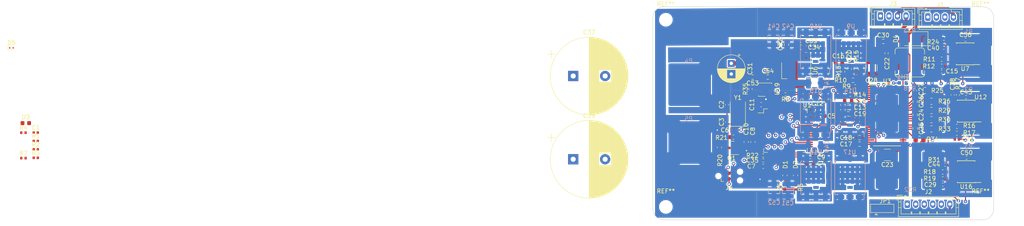
<source format=kicad_pcb>
(kicad_pcb (version 20221018) (generator pcbnew)
  (layers (0 "F.Cu" signal) (1 "In1.Cu" signal) (2 "In2.Cu" signal) (31 "B.Cu" signal) (34 "B.Paste" user) (35 "F.Paste" user) (36 "B.SilkS" user "B.Silkscreen") (37 "F.SilkS" user "F.Silkscreen") (38 "B.Mask" user) (39 "F.Mask" user) (44 "Edge.Cuts" user))
  (net 0 "")
  (net 1 "/MCU/TEMP_MOTOR")
  (net 2 "GND")
  (net 3 "Net-(U1-PH0)")
  (net 4 "Net-(U1-PH1)")
  (net 5 "Net-(U1-VCAP_1)")
  (net 6 "Net-(U1-VCAP_2)")
  (net 7 "/MCU/NRST")
  (net 8 "+3.3V")
  (net 9 "Net-(U3-GVDD)")
  (net 10 "/DRV8301/SENS_A")
  (net 11 "Net-(C16-Pad2)")
  (net 12 "Net-(U3-AVDD)")
  (net 13 "Net-(U3-DVDD)")
  (net 14 "Net-(U3-CP2)")
  (net 15 "Net-(U3-CP1)")
  (net 16 "Net-(U3-COMP)")
  (net 17 "/DRV8301/SENS_B")
  (net 18 "Net-(U3-SS_TR)")
  (net 19 "SUPPLY")
  (net 20 "Net-(U3-BST_B)")
  (net 21 "/DRV8301/SH_B")
  (net 22 "Net-(U3-BST_C)")
  (net 23 "/DRV8301/SH_C")
  (net 24 "Net-(U3-BST_A)")
  (net 25 "Net-(U3-BST_BK)")
  (net 26 "Net-(D4-K)")
  (net 27 "/DRV8301/SENS_C")
  (net 28 "+5V")
  (net 29 "/MCU/ADC_TEMP")
  (net 30 "/MCU/CURRENT_1")
  (net 31 "/MCU/CURRENT_2")
  (net 32 "/MCU/CURRENT_3")
  (net 33 "Net-(D1-K)")
  (net 34 "/MCU/LED_GREEN")
  (net 35 "Net-(D2-K)")
  (net 36 "/MCU/LED_RED")
  (net 37 "Net-(D3-K)")
  (net 38 "/CAN/CANH")
  (net 39 "/CAN/CANL")
  (net 40 "/MCU/HALL_1")
  (net 41 "/MCU/HALL_2")
  (net 42 "/MCU/HALL_3")
  (net 43 "Net-(J2-Pin_6)")
  (net 44 "/MCU/COMM_RX")
  (net 45 "/MCU/COMM_TX")
  (net 46 "/MCU/SWCLK")
  (net 47 "/MCU/SWDIO")
  (net 48 "Net-(P1-Pin_1)")
  (net 49 "Net-(P2-Pin_1)")
  (net 50 "Net-(P3-Pin_1)")
  (net 51 "/DRV8301/SENS_SUPPLY")
  (net 52 "Net-(Q1-D)")
  (net 53 "/DRV8301/EN_GATE")
  (net 54 "Net-(U3-VSENSE)")
  (net 55 "/DRV8301/SH_A")
  (net 56 "Net-(U3-DTC)")
  (net 57 "Net-(U3-RT_CLK)")
  (net 58 "/Power/C_A")
  (net 59 "/DRV8301/GH_A")
  (net 60 "Net-(U9-G)")
  (net 61 "/DRV8301/GL_A")
  (net 62 "Net-(U10-G)")
  (net 63 "/Power/C_B")
  (net 64 "/DRV8301/GH_B")
  (net 65 "Net-(U14-G)")
  (net 66 "/DRV8301/GL_B")
  (net 67 "Net-(U15-G)")
  (net 68 "/Power/C_C")
  (net 69 "/DRV8301/GH_C")
  (net 70 "Net-(U17-G)")
  (net 71 "/DRV8301/GL_C")
  (net 72 "Net-(U18-G)")
  (net 82 "/DRV8301/INL_A")
  (net 83 "/DRV8301/INL_B")
  (net 84 "/DRV8301/INL_C")
  (net 85 "/DRV8301/CS")
  (net 86 "/DRV8301/INH_A")
  (net 87 "/DRV8301/INH_B")
  (net 88 "/DRV8301/INH_C")
  (net 89 "/MCU/USB_DM")
  (net 90 "/MCU/USB_DP")
  (net 92 "/DRV8301/SCLK")
  (net 95 "/DRV8301/SDO")
  (net 96 "/DRV8301/SDI")
  (net 98 "/DRV8301/FAULT")
  (net 99 "/CAN/RX")
  (net 100 "/CAN/TX")
  (footprint "Resistor_SMD:R_0402_1005Metric" (layer "F.Cu") (at 200.025 93.853)
    (fp_text reference "C43")
    (fp_text value "2.2uF")
  )
  (footprint "Resistor_SMD:R_0603_1608Metric" (layer "F.Cu") (at 175.006 104.902 180)
    (fp_text reference "C17")
    (fp_text value "2.2uF")
  )
  (footprint "Resistor_SMD:R_0603_1608Metric" (layer "F.Cu") (at 172.339 94.742 180)
    (fp_text reference "C14")
    (fp_text value "2.2uF")
  )
  (footprint "Capacitor_SMD:C_0402_1005Metric" (layer "F.Cu") (at 194.816 82.296 180)
    (fp_text reference "C40")
    (fp_text value "4.7nF")
  )
  (footprint "Resistor_SMD:R_0402_1005Metric" (layer "F.Cu") (at 200.152 108.077)
    (fp_text reference "C50")
    (fp_text value "2.2uF")
  )
  (footprint "Resistor_SMD:R_0402_1005Metric" (layer "F.Cu") (at 160.003 115.049 -90)
    (fp_text reference "R6")
    (fp_text value "220")
  )
  (footprint "Resistor_SMD:R_0603_1608Metric" (layer "F.Cu") (at 188.087 101.219 -90)
    (fp_text reference "C25")
    (fp_text value "220nF")
  )
  (footprint "Resistor_SMD:R_1210_3225Metric" (layer "F.Cu") (at 181.5445 107.442 180)
    (fp_text reference "C23")
    (fp_text value "4.7uF (100V)")
  )
  (footprint "Resistor_SMD:R_0805_2012Metric" (layer "F.Cu") (at 191.897 94.84)
    (fp_text reference "R26")
    (fp_text value "4.7")
  )
  (footprint "MountingHole:MountingHole_2.7mm_M2.5" (layer "F.Cu") (at 203.454 75.692)
    (fp_text reference "REF**")
    (fp_text value "MountingHole_2.7mm_M2.5")
  )
  (footprint "Package_SO:SOIC-8-N7_3.9x4.9mm_P1.27mm" (layer "F.Cu") (at 199.804 83.693 180)
    (fp_text reference "U7")
    (fp_text value "AD8418")
  )
  (footprint "Capacitor_SMD:C_0603_1608Metric" (layer "F.Cu") (at 161.277 82.169 180)
    (fp_text reference "C34")
    (fp_text value "10uF")
  )
  (footprint "Package_TO_SOT_SMD:SOT-223-3_TabPin2" (layer "F.Cu") (at 160.134 87.63 -90)
    (fp_text reference "U6")
    (fp_text value "AMS1117-3.3")
  )
  (footprint "Capacitor_SMD:C_0603_1608Metric" (layer "F.Cu") (at -20.77 99.964)
    (fp_text reference "D3")
    (fp_text value "GREEN")
  )
  (footprint "Resistor_SMD:R_0402_1005Metric" (layer "F.Cu") (at 152.4 108.712)
    (fp_text reference "C35")
    (fp_text value "2.2uF")
  )
  (footprint "Resistor_SMD:R_0402_1005Metric" (layer "F.Cu") (at 199.898 80.391)
    (fp_text reference "C36")
    (fp_text value "2.2uF")
  )
  (footprint "Resistor_SMD:R_0402_1005Metric" (layer "F.Cu") (at 173.99 91.313)
    (fp_text reference "R9")
    (fp_text value "3.3K")
  )
  (footprint "Capacitor_SMD:C_0603_1608Metric" (layer "F.Cu") (at 194.31 86.614)
    (fp_text reference "R12")
    (fp_text value "2K2")
  )
  (footprint "Capacitor_SMD:C_0603_1608Metric" (layer "F.Cu") (at 142.113 105.664 -90)
    (fp_text reference "R20")
    (fp_text value "39K")
  )
  (footprint "Resistor_SMD:R_0805_2012Metric" (layer "F.Cu") (at 191.897 96.999)
    (fp_text reference "R29")
    (fp_text value "4.7")
  )
  (footprint "Package_SO:HTSSOP-56-1EP_6.1x14mm_P0.5mm_EP3.61x6.35mm" (layer "F.Cu") (at 181.483 98.171)
    (fp_text reference "U3")
    (fp_text value "DRV8301DCAR")
  )
  (footprint "MountingHole:MountingHole_2.7mm_M2.5" (layer "F.Cu") (at 203.454 119.634)
    (fp_text reference "REF**")
    (fp_text value "MountingHole_2.7mm_M2.5")
  )
  (footprint "Capacitor_SMD:C_0402_1005Metric" (layer "F.Cu") (at 196.85 93.343 90)
    (fp_text reference "C38")
    (fp_text value "4.7nF")
  )
  (footprint "MountingHole:MountingHole_2.7mm_M2.5" (layer "F.Cu") (at 129.54 75.692)
    (fp_text reference "REF**")
    (fp_text value "MountingHole_2.7mm_M2.5")
  )
  (footprint "Capacitor_SMD:C_0603_1608Metric" (layer "F.Cu") (at 172.593 87.248 -90)
    (fp_text reference "C20")
    (fp_text value "120pF")
  )
  (footprint "Capacitor_THT:CP_Radial_D18.0mm_P7.50mm" (layer "F.Cu") (at 107.77422 108.45)
    (fp_text reference "C39")
    (fp_text value "680uF")
  )
  (footprint "Capacitor_SMD:C_0603_1608Metric" (layer "F.Cu") (at 194.31 84.963)
    (fp_text reference "R11")
    (fp_text value "39K")
  )
  (footprint "Capacitor_SMD:C_0402_1005Metric" (layer "F.Cu") (at -18.43 106.144)
    (fp_text reference "R2")
    (fp_text value "2K2")
  )
  (footprint "Resistor_SMD:R_0603_1608Metric" (layer "F.Cu") (at 188.087 94.933 -90)
    (fp_text reference "C26")
    (fp_text value "220nF")
  )
  (footprint "Capacitor_SMD:C_0603_1608Metric" (layer "F.Cu") (at 163.449 107.823 180)
    (fp_text reference "C9")
    (fp_text value "2.2uF")
  )
  (footprint "Capacitor_SMD:C_0402_1005Metric" (layer "F.Cu") (at -18.43 108.114)
    (fp_text reference "R3")
    (fp_text value "2K2")
  )
  (footprint "Capacitor_THT:CP_Radial_D18.0mm_P7.50mm" (layer "F.Cu") (at 107.77422 88.9)
    (fp_text reference "C37")
    (fp_text value "680uF")
  )
  (footprint "Capacitor_SMD:C_0603_1608Metric" (layer "F.Cu") (at 163.449 109.474 180)
    (fp_text reference "C4")
    (fp_text value "2.2uF")
  )
  (footprint "Resistor_SMD:R_0402_1005Metric" (layer "F.Cu") (at 152.4 107.569 180)
    (fp_text reference "R22")
    (fp_text value "10K")
  )
  (footprint "Capacitor_SMD:C_0603_1608Metric" (layer "F.Cu") (at 148.396 104.407 -90)
    (fp_text reference "C10")
    (fp_text value "2.2uF")
  )
  (footprint "Capacitor_SMD:C_0402_1005Metric" (layer "F.Cu") (at -18.43 102.204)
    (fp_text reference "C1")
    (fp_text value "100nF")
  )
  (footprint "Resistor_SMD:R_0603_1608Metric" (layer "F.Cu") (at 173.482 89.904 180)
    (fp_text reference "R10")
    (fp_text value "18K")
  )
  (footprint "Resistor_SMD:R_0805_2012Metric" (layer "F.Cu") (at 191.897 99.158)
    (fp_text reference "R30")
    (fp_text value "4.7")
  )
  (footprint "Resistor_SMD:R_0603_1608Metric" (layer "F.Cu") (at 188.087 98.044 -90)
    (fp_text reference "C24")
    (fp_text value "220nF")
  )
  (footprint "Inductor_SMD:L_Bourns_SRP7028A_7.3x6.6mm" (layer "F.Cu") (at 186.817 85.725 180)
    (fp_text reference "L1")
    (fp_text value "22uH")
  )
  (footprint "Resistor_SMD:R_0402_1005Metric" (layer "F.Cu") (at -21.32 108.184)
    (fp_text reference "R7")
    (fp_text value "220")
  )
  (footprint "Capacitor_SMD:C_0402_1005Metric" (layer "F.Cu") (at 143.891 99.695 -90)
    (fp_text reference "C3")
    (fp_text value "22pF")
  )
  (footprint "Package_SO:SOIC-8-N7_3.9x4.9mm_P1.27mm" (layer "F.Cu") (at 200.058 97.155 180)
    (fp_text reference "U12")
    (fp_text value "AD8418")
  )
  (footprint "Connector_JST:JST_PH_B4B-PH-K_1x04_P2.00mm_Vertical" (layer "F.Cu") (at 179.928 74.803)
    (fp_text reference "J3")
    (fp_text value "COMM")
  )
  (footprint "Connector_JST:JST_PH_B4B-PH-K_1x04_P2.00mm_Vertical" (layer "F.Cu") (at 191.056 75.057)
    (fp_text reference "J1")
    (fp_text value "CAN")
  )
  (footprint "Resistor_SMD:R_0402_1005Metric" (layer "F.Cu") (at 172.847 93.2688)
    (fp_text reference "R14")
    (fp_text value "10K")
  )
  (footprint "Package_DFN_QFN:DFN-8-1EP_3x3mm_P0.65mm_EP1.55x2.4mm" (layer "F.Cu") (at 152.8385 92.11 180)
    (fp_text reference "U19")
    (fp_text value "TJA1051TK-3")
  )
  (footprint "MountingHole:MountingHole_2.7mm_M2.5" (layer "F.Cu") (at 129.54 119.634)
    (fp_text reference "REF**")
    (fp_text value "MountingHole_2.7mm_M2.5")
  )
  (footprint "Resistor_SMD:R_1210_3225Metric" (layer "F.Cu") (at 177.8 86.995 90)
    (fp_text reference "C28")
    (fp_text value "4.7uF (100V)")
  )
  (footprint "Crystal:Crystal_SMD_5032-2Pin_5.0x3.2mm" (layer "F.Cu") (at 146.431 97.663 90)
    (fp_text reference "Y1")
    (fp_text value "X50328MSB" hide)
  )
  (footprint "Resistor_SMD:R_0603_1608Metric" (layer "F.Cu") (at 149.911 89.154 180)
    (fp_text reference "C53")
    (fp_text value "2.2uF")
  )
  (footprint "Resistor_SMD:R_0402_1005Metric" (layer "F.Cu") (at 149.405 91.948 90)
    (fp_text reference "R35")
    (fp_text value "220")
  )
  (footprint "Capacitor_SMD:C_0603_1608Metric" (layer "F.Cu") (at 194.551 111.438 180)
    (fp_text reference "R18")
    (fp_text value "39K")
  )
  (footprint "Resistor_SMD:R_0402_1005Metric" (layer "F.Cu") (at 194.818 80.899)
    (fp_text reference "R24")
    (fp_text value "1K")
  )
  (footprint "Resistor_SMD:R_0805_2012Metric" (layer "F.Cu") (at 191.897 101.317)
    (fp_text reference "R33")
    (fp_text value "4.7")
  )
  (footprint "Resistor_SMD:R_0402_1005Metric" (layer "F.Cu") (at 157.463 115.049 -90)
    (fp_text reference "R5")
    (fp_text value "220")
  )
  (footprint "Capacitor_SMD:C_0402_1005Metric" (layer "F.Cu") (at -18.43 104.174)
    (fp_text reference "R1")
    (fp_text value "2K2")
  )
  (footprint "Resistor_SMD:R_0603_1608Metric" (layer "F.Cu") (at 157.848 81.534 90)
    (fp_text reference "C32")
    (fp_text value "2.2uF")
  )
  (footprint "Resistor_SMD:R_0402_1005Metric" (layer "F.Cu") (at 181.356 83.566 -90)
    (fp_text reference "C22")
    (fp_text value "15nF")
  )
  (footprint "Capacitor_THT:CP_Radial_D6.3mm_P2.50mm" (layer "F.Cu") (at 144.894 85.941621 -90)
    (fp_text reference "C31")
    (fp_text value "100uF")
  )
  (footprint "Capacitor_SMD:C_0603_1608Metric" (layer "F.Cu") (at 197.879 100.711 180)
    (fp_text reference "R16")
    (fp_text value "39K")
  )
  (footprint "Capacitor_SMD:C_0603_1608Metric" (layer "F.Cu") (at 152.4 110.109)
    (fp_text reference "C7")
    (fp_text value "2.2uF")
  )
  (footprint "Package_SO:SOIC-8-N7_3.9x4.9mm_P1.27mm" (layer "F.Cu") (at 200.058 111.379 180)
    (fp_text reference "U16")
    (fp_text value "AD8418")
  )
  (footprint "Capacitor_SMD:C_0402_1005Metric" (layer "F.Cu") (at 195.072 109.728 180)
    (fp_text reference "C44")
    (fp_text value "4.7nF")
  )
  (footprint "Capacitor_SMD:C_0402_1005Metric" (layer "F.Cu") (at 143.891 95.631 -90)
    (fp_text reference "C2")
    (fp_text value "22pF")
  )
  (footprint "Resistor_SMD:R_0402_1005Metric" (layer "F.Cu") (at 171.196 87.884 -90)
    (fp_text reference "R13")
    (fp_text value "15K")
  )
  (footprint "Capacitor_SMD:C_0504_1310Metric" (layer "F.Cu") (at 145.542 101.6)
    (fp_text reference "C6")
    (fp_text value "100nF")
  )
  (footprint "Package_TO_SOT_SMD:SOT-23" (layer "F.Cu") (at 144.9555 105.791 180)
    (fp_text reference "Q1")
    (fp_text value "2N7002")
  )
  (footprint "Capacitor_SMD:C_0603_1608Metric" (layer "F.Cu") (at 194.551 113.03 180)
    (fp_text reference "R19")
    (fp_text value "2K2")
  )
  (footprint "Capacitor_SMD:C_0603_1608Metric" (layer "F.Cu") (at 170.18 85.725 180)
    (fp_text reference "C16")
    (fp_text value "6.8nF")
  )
  (footprint "Resistor_SMD:R_0603_1608Metric" (layer "F.Cu") (at 153.467 89.154)
    (fp_text reference "C54")
    (fp_text value "2.2uF")
  )
  (footprint "Resistor_SMD:R_0402_1005Metric" (layer "F.Cu") (at 157.6324 93.218 180)
    (fp_text reference "R8")
    (fp_text value "10K")
  )
  (footprint "Capacitor_SMD:C_0402_1005Metric" (layer "F.Cu") (at 194.551 114.427 180)
    (fp_text reference "C29")
    (fp_text value "10nF")
  )
  (footprint "Resistor_SMD:R_0603_1608Metric" (layer "F.Cu") (at 180.594 80.772)
    (fp_text reference "C30")
    (fp_text value "2.2uF")
  )
  (footprint "Resistor_SMD:R_0603_1608Metric" (layer "F.Cu") (at 172.339 96.266 180)
    (fp_text reference "C13")
    (fp_text value "2.2uF")
  )
  (footprint "Jumper:SolderJumper-3_P2.0mm_Open_TrianglePad1.0x1.5mm" (layer "F.Cu") (at 180.34 120.015)
    (fp_text reference "JP1")
    (fp_text value "HALL_3.3_5_SEL")
  )
  (footprint "Capacitor_SMD:C_0603_1608Metric" (layer "F.Cu") (at 157.493 112.255 90)
    (fp_text reference "D1")
    (fp_text value "GREEN")
  )
  (footprint "Resistor_SMD:R_0402_1005Metric" (layer "F.Cu") (at 198.12 93.343 -90)
    (fp_text reference "R27")
    (fp_text value "1K")
  )
  (footprint "Capacitor_SMD:C_0603_1608Metric" (layer "F.Cu") (at 151.892 95.631)
    (fp_text reference "C11")
    (fp_text value "2.2uF")
  )
  (footprint "Resistor_SMD:R_0603_1608Metric" (layer "F.Cu") (at 175.006 103.378)
    (fp_text reference "C18")
    (fp_text value "2.2uF")
  )
  (footprint "Capacitor_SMD:C_0402_1005Metric" (layer "F.Cu") (at 194.297 87.884)
    (fp_text reference "C15")
    (fp_text value "10nF")
  )
  (footprint "Capacitor_SMD:C_0603_1608Metric" (layer "F.Cu") (at 165.989 98.298)
    (fp_text reference "C5")
    (fp_text value "2.2uF")
  )
  (footprint "Capacitor_SMD:C_0603_1608Metric" (layer "F.Cu") (at 145.402 103.251 180)
    (fp_text reference "R21")
    (fp_text value "2K2")
  )
  (footprint "Capacitor_SMD:C_0603_1608Metric" (layer "F.Cu") (at 164.465 96.774 180)
    (fp_text reference "C12")
    (fp_text value "2.2uF")
  )
  (footprint "Capacitor_SMD:C_0402_1005Metric" (layer "F.Cu") (at 197.874 103.789 180)
    (fp_text reference "C21")
    (fp_text value "10nF")
  )
  (footprint "Diode_SMD:D_SMA" (layer "F.Cu") (at 187.579 80.137 180)
    (fp_text reference "D4")
    (fp_text value "Schottky")
  )
  (footprint "Connector_JST:JST_PH_B6B-PH-K_1x06_P2.00mm_Vertical" (layer "F.Cu") (at 186.215 118.999)
    (fp_text reference "J2")
    (fp_text value "HALL")
  )
  (footprint "Capacitor_SMD:C_0603_1608Metric" (layer "F.Cu") (at 160.003 112.255 90)
    (fp_text reference "D2")
    (fp_text value "RED")
  )
  (footprint "Resistor_SMD:R_0805_2012Metric" (layer "F.Cu") (at 190.373 92.329)
    (fp_text reference "R25")
    (fp_text value "4.7")
  )
  (footprint "Capacitor_SMD:C_0603_1608Metric" (layer "F.Cu") (at 197.879 102.362 180)
    (fp_text reference "R17")
    (fp_text value "2K2")
  )
  (footprint "Diode_SMD:D_SOD-923" (layer "F.Cu") (at -24.13 82.296)
    (fp_text reference "D5")
    (fp_text value "TVS 5V")
  )
  (footprint "Connector:Tag-Connect_TC2030-IDC-NL_2x03_P1.27mm_Vertical" (layer "F.Cu") (at 144.412 112.395)
    (fp_text reference "J4")
    (fp_text value "Conn_ARM_SWD_TagConnect_TC2030-NL")
  )
  (footprint "Capacitor_SMD:C_0402_1005Metric" (layer "F.Cu") (at 161.15 80.645 180)
    (fp_text reference "C33")
    (fp_text value "100nF")
  )
  (footprint "Package_QFP:LQFP-64_10x10mm_P0.5mm" (layer "F.Cu") (at 157.607 101.727)
    (fp_text reference "U1")
    (fp_text value "STM32F405RGTx")
  )
  (footprint "Resistor_SMD:R_0402_1005Metric" (layer "F.Cu") (at 195.072 108.585)
    (fp_text reference "R31")
    (fp_text value "1K")
  )
  (footprint "Capacitor_SMD:C_0603_1608Metric" (layer "F.Cu") (at 149.987 104.407 -90)
    (fp_text reference "C8")
    (fp_text value "2.2uF")
  )
  (footprint "Capacitor_SMD:C_0402_1005Metric" (layer "F.Cu") (at 188.087 92.329 -90)
    (fp_text reference "C27")
    (fp_text value "100nF")
  )
  (footprint "Resistor_SMD:R_0402_1005Metric" (layer "F.Cu") (at -21.32 102.214)
    (fp_text reference "R4")
    (fp_text value "10K")
  )
  (footprint "Resistor_SMD:R_0603_1608Metric" (layer "F.Cu") (at 172.339 97.79)
    (fp_text reference "C19")
    (fp_text value "2.2uF")
  )
  (footprint "Resistor_SMD:R_0603_1608Metric" (layer "F.Cu") (at 174.244 87.249 -90)
    (fp_text reference "R15")
    (fp_text value "220K")
  )
  (footprint "Resistor_SMD:R_0805_2012Metric" (layer "F.Cu") (at 189.103 103.759)
    (fp_text reference "R34")
    (fp_text value "4.7")
  )
  (footprint "Resistor_SMD:R_1210_3225Metric" (layer "B.Cu") (at 154.813 80.137 -90)
    (fp_text reference "C41")
    (fp_text value "4.7uF (100V)")
  )
  (footprint "Resistor_SMD:R_1210_3225Metric" (layer "B.Cu") (at 158.242 115.697 90)
    (fp_text reference "C51")
    (fp_text value "4.7uF (100V)")
  )
  (footprint "CustomFootprints:ASR-M-7-0.5F" (layer "B.Cu") (at 186.7662 111.2774 180)
    (fp_text reference "R32")
    (fp_text value "0.0005" hide)
  )
  (footprint "Package_DirectFET:DirectFET_L8" (layer "B.Cu") (at 164.699 83.23 90)
    (fp_text reference "U10")
    (fp_text value "~")
  )
  (footprint "Resistor_SMD:R_0603_1608Metric" (layer "B.Cu") (at 185.166 90.551 180)
    (fp_text reference "TH1")
    (fp_text value "10K NTC")
  )
  (footprint "Package_DirectFET:DirectFET_L8" (layer "B.Cu") (at 164.793 112.815 90)
    (fp_text reference "U18")
    (fp_text value "~")
  )
  (footprint "CustomFootprints:Pad_10mm" (layer "B.Cu") (at 200.914 110.998 180)
    (fp_text reference "P3")
    (fp_text value "PH_C")
  )
  (footprint "Package_DirectFET:DirectFET_L8" (layer "B.Cu") (at 164.699 98.216 90)
    (fp_text reference "U15")
    (fp_text value "~")
  )
  (footprint "Resistor_SMD:R_1210_3225Metric" (layer "B.Cu") (at 154.94 115.697 90)
    (fp_text reference "C52")
    (fp_text value "4.7uF (100V)")
  )
  (footprint "Resistor_SMD:R_1210_3225Metric" (layer "B.Cu") (at 164.453 105.504 180)
    (fp_text reference "C49")
    (fp_text value "4.7uF (100V)")
  )
  (footprint "CustomFootprints:Pad_10mm" (layer "B.Cu") (at 200.914 97.663 180)
    (fp_text reference "P2")
    (fp_text value "PH_B")
  )
  (footprint "Package_DirectFET:DirectFET_L8" (layer "B.Cu") (at 172.773 112.815 90)
    (fp_text reference "U17")
    (fp_text value "~")
  )
  (footprint "CustomFootprints:ASR-M-7-0.5F" (layer "B.Cu") (at 186.817 97.917 180)
    (fp_text reference "R28")
    (fp_text value "0.0005" hide)
  )
  (footprint "CustomFootprints:Pad_10mm" (layer "B.Cu") (at 135.128 104.521 180)
    (fp_text reference "P5")
    (fp_text value "SUPPLY")
  )
  (footprint "CustomFootprints:ASR-M-7-0.5F" (layer "B.Cu") (at 186.7916 84.328 180)
    (fp_text reference "R23")
    (fp_text value "0.0005" hide)
  )
  (footprint "CustomFootprints:Pad_10mm" (layer "B.Cu") (at 135.128 90.932 180)
    (fp_text reference "P4")
    (fp_text value "GND")
  )
  (footprint "Resistor_SMD:R_1210_3225Metric" (layer "B.Cu") (at 158.115 80.137 -90)
    (fp_text reference "C42")
    (fp_text value "4.7uF (100V)")
  )
  (footprint "Package_DirectFET:DirectFET_L8" (layer "B.Cu") (at 172.794 98.21 90)
    (fp_text reference "U14")
    (fp_text value "~")
  )
  (footprint "CustomFootprints:Pad_10mm" (layer "B.Cu") (at 200.914 84.074 180)
    (fp_text reference "P1")
    (fp_text value "PH_A")
  )
  (footprint "Package_DirectFET:DirectFET_L8" (layer "B.Cu") (at 173.048 83.23 90)
    (fp_text reference "U9")
    (fp_text value "~")
  )
  (footprint "Resistor_SMD:R_1210_3225Metric" (layer "B.Cu") (at 164.465 90.551 180)
    (fp_text reference "C47")
    (fp_text value "4.7uF (100V)")
  )
  (gr_arc (start 203.962 72.644) (mid 205.758051 73.387949) (end 206.502 75.184) (stroke (width 0.1)) (layer "Edge.Cuts"))
  (gr_line (start 203.962 72.644) (end 129.032 72.644) (stroke (width 0.1)) (layer "Edge.Cuts"))
  (gr_line (start 126.492 75.184) (end 126.492 120.142) (stroke (width 0.1)) (layer "Edge.Cuts"))
  (gr_arc (start 126.492 75.184) (mid 127.235949 73.387949) (end 129.032 72.644) (stroke (width 0.1)) (layer "Edge.Cuts"))
  (gr_arc (start 129.032 122.682) (mid 127.235949 121.938051) (end 126.492 120.142) (stroke (width 0.1)) (layer "Edge.Cuts"))
  (gr_arc (start 206.502 120.142) (mid 205.758051 121.938051) (end 203.962 122.682) (stroke (width 0.1)) (layer "Edge.Cuts"))
  (gr_line (start 129.032 122.682) (end 203.962 122.682) (stroke (width 0.1)) (layer "Edge.Cuts"))
  (gr_line (start 206.502 120.142) (end 206.502 75.184) (stroke (width 0.1)) (layer "Edge.Cuts"))
  (segment (start 155.448 110.153764) (end 155.448 110.363) (width 0.25) (layer "F.Cu") (net 1))
  (segment (start 155.448 110.363) (end 155.448 110.236) (width 0.25) (layer "F.Cu") (net 1))
  (segment (start 157.357 107.402) (end 157.357 108.244764) (width 0.25) (layer "F.Cu") (net 1))
  (segment (start 157.357 108.244764) (end 155.448 110.153764) (width 0.25) (layer "F.Cu") (net 1))
  (via (at 155.448 110.363) (size 0.8) (drill 0.4) (layers "F.Cu" "B.Cu") (net 1))
  (segment (start 187.071 73.152) (end 195.834 73.152) (width 0.75) (layer "F.Cu") (net 2))
  (segment (start 151.625 109.997) (end 152.91 108.712) (width 0.25) (layer "F.Cu") (net 2))
  (segment (start 152.642 89.154) (end 150.736 89.154) (width 0.5) (layer "F.Cu") (net 2))
  (segment (start 194.551 112.255) (end 193.776 113.03) (width 0.25) (layer "F.Cu") (net 2))
  (segment (start 188.214 77.343) (end 185.579 79.978) (width 0.75) (layer "F.Cu") (net 2))
  (segment (start 154.357 96.894764) (end 154.614236 97.152) (width 0.25) (layer "F.Cu") (net 2))
  (segment (start 197.104 103.499) (end 197.394 103.789) (width 0.25) (layer "F.Cu") (net 2))
  (segment (start 202.053 110.744) (end 202.758 110.744) (width 0.5) (layer "F.Cu") (net 2))
  (segment (start 157.463 115.559) (end 160.003 115.559) (width 0.25) (layer "F.Cu") (net 2))
  (segment (start 197.104 102.362) (end 197.104 103.499) (width 0.25) (layer "F.Cu") (net 2))
  (segment (start 201.483 96.52) (end 202.758 96.52) (width 0.5) (layer "F.Cu") (net 2))
  (segment (start 177.733 105.093) (end 180.082 107.442) (width 0.25) (layer "F.Cu") (net 2))
  (segment (start 181.356 80.835) (end 181.419 80.772) (width 0.5) (layer "F.Cu") (net 2))
  (segment (start 152.642 91.9135) (end 152.8385 92.11) (width 0.5) (layer "F.Cu") (net 2))
  (segment (start 147.32 104.14) (end 147.32 105.791) (width 0.25) (layer "F.Cu") (net 2))
  (segment (start 145.682 113.03) (end 146.2333 112.4787) (width 0.25) (layer "F.Cu") (net 2))
  (segment (start 154.614236 97.152) (end 155.599764 97.152) (width 0.25) (layer "F.Cu") (net 2))
  (segment (start 154.3885 92.435) (end 153.1635 92.435) (width 0.25) (layer "F.Cu") (net 2))
  (segment (start 187.071 73.152) (end 188.214 74.295) (width 0.75) (layer "F.Cu") (net 2))
  (segment (start 194.592 109.728) (end 194.551 109.769) (width 0.25) (layer "F.Cu") (net 2))
  (segment (start 147.955 106.426) (end 148.463 106.426) (width 0.25) (layer "F.Cu") (net 2))
  (segment (start 193.776 114.132) (end 194.071 114.427) (width 0.25) (layer "F.Cu") (net 2))
  (segment (start 200.535 93.853) (end 200.535 95.572) (width 0.5) (layer "F.Cu") (net 2))
  (segment (start 181.419 80.772) (end 184.944 80.772) (width 0.5) (layer "F.Cu") (net 2))
  (segment (start 152.91 107.569) (end 152.91 108.712) (width 0.25) (layer "F.Cu") (net 2))
  (segment (start 151.625 110.109) (end 151.625 109.997) (width 0.25) (layer "F.Cu") (net 2))
  (segment (start 194.777 86.922) (end 195.085 86.614) (width 0.25) (layer "F.Cu") (net 2))
  (segment (start 200.662 108.077) (end 200.662 109.353) (width 0.5) (layer "F.Cu") (net 2))
  (segment (start 195.834 73.152) (end 197.056 74.374) (width 0.75) (layer "F.Cu") (net 2))
  (segment (start 157.075 115.559) (end 157.463 115.559) (width 0.25) (layer "F.Cu") (net 2))
  (segment (start 202.758 97.79) (end 202.758 96.52) (width 0.5) (layer "F.Cu") (net 2))
  (segment (start 143.891 99.215) (end 143.891 96.111) (width 0.25) (layer "F.Cu") (net 2))
  (segment (start 153.1635 92.435) (end 152.8385 92.11) (width 0.25) (layer "F.Cu") (net 2))
  (segment (start 150.142 103.477) (end 149.987 103.632) (width 0.25) (layer "F.Cu") (net 2))
  (segment (start 188.214 74.295) (end 188.214 77.343) (width 0.75) (layer "F.Cu") (net 2))
  (segment (start 154.357 96.052) (end 154.357 96.894764) (width 0.25) (layer "F.Cu") (net 2))
  (segment (start 148.396 103.632) (end 147.828 103.632) (width 0.25) (layer "F.Cu") (net 2))
  (segment (start 197.056 74.374) (end 197.056 75.057) (width 0.75) (layer "F.Cu") (net 2))
  (segment (start 153.035 92.3065) (end 152.8385 92.11) (width 0.5) (layer "F.Cu") (net 2))
  (segment (start 184.944 80.772) (end 185.579 80.137) (width 0.5) (layer "F.Cu") (net 2))
  (segment (start 154.357 96.052) (end 154.357 95.209236) (width 0.25) (layer "F.Cu") (net 2))
  (segment (start 151.932 103.477) (end 150.142 103.477) (width 0.25) (layer "F.Cu") (net 2))
  (segment (start 185.233 102.421) (end 185.233 104.421) (width 0.25) (layer "F.Cu") (net 2))
  (segment (start 151.2885 93.085) (end 151.8635 93.085) (width 0.25) (layer "F.Cu") (net 2))
  (segment (start 155.599764 97.152) (end 155.857 96.894764) (width 0.25) (layer "F.Cu") (net 2))
  (segment (start 194.551 109.769) (end 194.551 112.255) (width 0.25) (layer "F.Cu") (net 2))
  (segment (start 153.035 94.361) (end 153.035 92.3065) (width 0.5) (layer "F.Cu") (net 2))
  (segment (start 153.508764 94.361) (end 153.035 94.361) (width 0.25) (layer "F.Cu") (net 2))
  (segment (start 200.662 109.353) (end 202.053 110.744) (width 0.5) (layer "F.Cu") (net 2))
  (segment (start 194.777 87.884) (end 194.777 86.922) (width 0.25) (layer "F.Cu") (net 2))
  (segment (start 151.625 110.109) (end 157.075 115.559) (width 0.25) (layer "F.Cu") (net 2))
  (segment (start 155.857 96.894764) (end 155.857 96.052) (width 0.25) (layer "F.Cu") (net 2))
  (segment (start 183.928 74.803) (end 183.928 74.263) (width 0.75) (layer "F.Cu") (net 2))
  (segment (start 183.928 74.263) (end 185.039 73.152) (width 0.75) (layer "F.Cu") (net 2))
  (segment (start 151.8635 93.085) (end 152.8385 92.11) (width 0.25) (layer "F.Cu") (net 2))
  (segment (start 149.2553 112.4787) (end 151.625 110.109) (width 0.25) (layer "F.Cu") (net 2))
  (segment (start 147.828 103.632) (end 147.32 104.14) (width 0.25) (layer "F.Cu") (net 2))
  (segment (start 149.987 103.632) (end 148.396 103.632) (width 0.25) (layer "F.Cu") (net 2))
  (segment (start 151.117 95.631) (end 152.387 94.361) (width 0.5) (layer "F.Cu") (net 2))
  (segment (start 152.642 89.154) (end 152.642 91.9135) (width 0.5) (layer "F.Cu") (net 2))
  (segment (start 146.2333 112.4787) (end 149.2553 112.4787) (width 0.25) (layer "F.Cu") (net 2))
  (segment (start 147.32 105.791) (end 147.955 106.426) (width 0.25) (layer "F.Cu") (net 2))
  (segment (start 185.039 73.152) (end 187.071 73.152) (width 0.75) (layer "F.Cu") (net 2))
  (segment (start 202.758 110.744) (end 202.758 112.014) (width 0.5) (layer "F.Cu") (net 2))
  (segment (start 202.504 84.328) (end 202.504 83.058) (width 0.5) (layer "F.Cu") (net 2))
  (segment (start 164.224 109.474) (end 164.224 107.823) (width 0.25) (layer "F.Cu") (net 2))
  (segment (start 177.733 104.921) (end 177.733 105.093) (width 0.25) (layer "F.Cu") (net 2))
  (segment (start 152.387 94.361) (end 153.035 94.361) (width 0.5) (layer "F.Cu") (net 2))
  (segment (start 200.535 95.572) (end 201.483 96.52) (width 0.5) (layer "F.Cu") (net 2))
  (segment (start 181.356 83.056) (end 181.356 80.835) (width 0.5) (layer "F.Cu") (net 2))
  (segment (start 185.579 79.978) (end 185.579 80.137) (width 0.75) (layer "F.Cu") (net 2))
  (segment (start 154.357 95.209236) (end 153.508764 94.361) (width 0.25) (layer "F.Cu") (net 2))
  (segment (start 193.776 113.03) (end 193.776 114.132) (width 0.25) (layer "F.Cu") (net 2))
  (via (at 153.035 94.361) (size 0.8) (drill 0.4) (layers "F.Cu" "B.Cu") (net 2))
  (via (at 151.638 113.157) (size 1.5) (drill 0.3) (layers "F.Cu" "B.Cu") (net 2))
  (via (at 148.463 106.426) (size 0.8) (drill 0.3) (layers "F.Cu" "B.Cu") (net 2))
  (segment (start 163.0025 90.551) (end 158.242 90.551) (width 1.5) (layer "B.Cu") (net 2))
  (segment (start 158.242 90.551) (end 158.115 90.424) (width 1.5) (layer "B.Cu") (net 2))
  (segment (start 159.098 105.504) (end 159.004 105.41) (width 1.5) (layer "B.Cu") (net 2))
  (segment (start 162.9905 105.504) (end 159.098 105.504) (width 1.5) (layer "B.Cu") (net 2))
  (segment (start 151.089236 99.977) (end 146.925236 95.813) (width 0.25) (layer "F.Cu") (net 3))
  (segment (start 145.769 95.151) (end 143.891 95.151) (width 0.25) (layer "F.Cu") (net 3))
  (segment (start 146.925236 95.813) (end 146.431 95.813) (width 0.25) (layer "F.Cu") (net 3))
  (segment (start 151.932 99.977) (end 151.089236 99.977) (width 0.25) (layer "F.Cu") (net 3))
  (segment (start 146.431 95.813) (end 145.769 95.151) (width 0.25) (layer "F.Cu") (net 3))
  (segment (start 147.395 100.477) (end 146.431 99.513) (width 0.25) (layer "F.Cu") (net 4))
  (segment (start 145.769 100.175) (end 146.431 99.513) (width 0.25) (layer "F.Cu") (net 4))
  (segment (start 151.932 100.477) (end 147.395 100.477) (width 0.25) (layer "F.Cu") (net 4))
  (segment (start 143.891 100.175) (end 145.769 100.175) (width 0.25) (layer "F.Cu") (net 4))
  (segment (start 162.674 109.474) (end 162.086236 109.474) (width 0.25) (layer "F.Cu") (net 5))
  (segment (start 162.086236 109.474) (end 160.857 108.244764) (width 0.25) (layer "F.Cu") (net 5))
  (segment (start 160.857 108.244764) (end 160.857 107.402) (width 0.25) (layer "F.Cu") (net 5))
  (segment (start 165.214 98.298) (end 165.035 98.477) (width 0.25) (layer "F.Cu") (net 6))
  (segment (start 165.035 98.477) (end 163.282 98.477) (width 0.25) (layer "F.Cu") (net 6))
  (segment (start 144.412 113.03) (end 144.412 114.3) (width 0.25) (layer "F.Cu") (net 7))
  (segment (start 144.412 114.3) (end 144.412 114.173) (width 0.25) (layer "F.Cu") (net 7))
  (segment (start 147.206 101.6) (end 147.829 100.977) (width 0.25) (layer "F.Cu") (net 7))
  (segment (start 147.206 101.6) (end 147.079 101.6) (width 0.25) (layer "F.Cu") (net 7))
  (segment (start 146.082 101.6) (end 147.206 101.6) (width 0.25) (layer "F.Cu") (net 7))
  (segment (start 147.829 100.977) (end 151.932 100.977) (width 0.25) (layer "F.Cu") (net 7))
  (via (at 144.412 114.3) (size 0.8) (drill 0.4) (layers "F.Cu" "B.Cu") (net 7))
  (via (at 147.206 101.6) (size 0.8) (drill 0.4) (layers "F.Cu" "B.Cu") (net 7))
  (segment (start 149.3075 89.154) (end 151.2885 91.135) (width 0.25) (layer "F.Cu") (net 8))
  (segment (start 153.175 109.926764) (end 154.857 108.244764) (width 0.25) (layer "F.Cu") (net 8))
  (segment (start 197.358 110.744) (end 197.833 110.744) (width 0.5) (layer "F.Cu") (net 8))
  (segment (start 153.088 96.052) (end 152.667 95.631) (width 0.25) (layer "F.Cu") (net 8))
  (segment (start 162.253 107.402) (end 162.674 107.823) (width 0.25) (layer "F.Cu") (net 8))
  (segment (start 199.388 80.391) (end 199.388 82.049) (width 0.5) (layer "F.Cu") (net 8))
  (segment (start 149.987 105.182) (end 149.987 105.079236) (width 0.25) (layer "F.Cu") (net 8))
  (segment (start 199.515 95.638) (end 198.633 96.52) (width 0.5) (layer "F.Cu") (net 8))
  (segment (start 163.282 97.977) (end 163.282 97.182) (width 0.25) (layer "F.Cu") (net 8))
  (segment (start 160.134 84.48) (end 160.134 90.78) (width 0.75) (layer "F.Cu") (net 8))
  (segment (start 199.515 93.853) (end 199.515 95.638) (width 0.5) (layer "F.Cu") (net 8))
  (segment (start 160.67 80.645) (end 160.67 82.001) (width 0.25) (layer "F.Cu") (net 8))
  (segment (start 198.633 96.52) (end 197.358 96.52) (width 0.5) (layer "F.Cu") (net 8))
  (segment (start 199.642 108.935) (end 199.642 108.077) (width 0.5) (layer "F.Cu") (net 8))
  (segment (start 148.396 105.182) (end 149.987 105.182) (width 0.25) (layer "F.Cu") (net 8))
  (segment (start 160.67 82.001) (end 160.502 82.169) (width 0.25) (layer "F.Cu") (net 8))
  (segment (start 153.857 96.052) (end 153.088 96.052) (width 0.25) (layer "F.Cu") (net 8))
  (segment (start 153.175 110.109) (end 153.175 109.926764) (width 0.25) (layer "F.Cu") (net 8))
  (segment (start 149.987 105.079236) (end 151.089236 103.977) (width 0.25) (layer "F.Cu") (net 8))
  (segment (start 160.502 84.112) (end 160.134 84.48) (width 0.75) (layer "F.Cu") (net 8))
  (segment (start 160.502 82.169) (end 160.502 84.112) (width 0.75) (layer "F.Cu") (net 8))
  (segment (start 198.379 83.058) (end 197.104 83.058) (width 0.5) (layer "F.Cu") (net 8))
  (segment (start 163.282 97.182) (end 163.69 96.774) (width 0.25) (layer "F.Cu") (net 8))
  (segment (start 197.833 110.744) (end 199.642 108.935) (width 0.5) (layer "F.Cu") (net 8))
  (segment (start 151.089236 103.977) (end 151.932 103.977) (width 0.25) (layer "F.Cu") (net 8))
  (segment (start 149.086 89.154) (end 149.3075 89.154) (width 0.25) (layer "F.Cu") (net 8))
  (segment (start 199.388 82.049) (end 198.379 83.058) (width 0.5) (layer "F.Cu") (net 8))
  (segment (start 161.357 107.402) (end 162.253 107.402) (width 0.25) (layer "F.Cu") (net 8))
  (segment (start 154.857 108.244764) (end 154.857 107.402) (width 0.25) (layer "F.Cu") (net 8))
  (segment (start 173.164 94.742) (end 173.164 96.266) (width 0.25) (layer "F.Cu") (net 9))
  (segment (start 173.164 96.266) (end 174.319 97.421) (width 0.25) (layer "F.Cu") (net 9))
  (segment (start 174.319 97.421) (end 177.733 97.421) (width 0.25) (layer "F.Cu") (net 9))
  (segment (start 194.183 90.678) (end 194.183 90.551) (width 0.25) (layer "F.Cu") (net 10))
  (segment (start 153.093299 104.325) (end 155.379 104.325) (width 0.25) (layer "F.Cu") (net 10))
  (segment (start 152.941299 104.477) (end 153.093299 104.325) (width 0.25) (layer "F.Cu") (net 10))
  (segment (start 194.056 88.773) (end 194.056 90.424) (width 0.25) (layer "F.Cu") (net 10))
  (segment (start 193.817 88.534) (end 194.056 88.773) (width 0.25) (layer "F.Cu") (net 10))
  (segment (start 194.056 90.424) (end 194.183 90.678) (width 0.25) (layer "F.Cu") (net 10))
  (segment (start 193.817 87.884) (end 193.817 88.534) (width 0.25) (layer "F.Cu") (net 10))
  (segment (start 193.535 84.963) (end 193.535 87.602) (width 0.25) (layer "F.Cu") (net 10))
  (segment (start 151.932 104.477) (end 152.941299 104.477) (width 0.25) (layer "F.Cu") (net 10))
  (segment (start 155.379 104.325) (end 156.591 105.537) (width 0.25) (layer "F.Cu") (net 10))
  (segment (start 193.535 87.602) (end 193.817 87.884) (width 0.25) (layer "F.Cu") (net 10))
  (via (at 156.591 105.537) (size 0.8) (drill 0.3) (layers "F.Cu" "B.Cu") (net 10))
  (via (at 194.183 90.678) (size 0.8) (drill 0.3) (layers "F.Cu" "B.Cu") (net 10))
  (segment (start 175.831 104.902) (end 176.312 104.421) (width 0.25) (layer "F.Cu") (net 12))
  (segment (start 178.833 102.946) (end 178.808 102.921) (width 0.25) (layer "F.Cu") (net 12))
  (segment (start 177.733 104.421) (end 178.808 104.421) (width 0.25) (layer "F.Cu") (net 12))
  (segment (start 178.833 104.396) (end 178.833 102.946) (width 0.25) (layer "F.Cu") (net 12))
  (segment (start 178.808 104.421) (end 178.833 104.396) (width 0.25) (layer "F.Cu") (net 12))
  (segment (start 176.312 104.421) (end 177.733 104.421) (width 0.25) (layer "F.Cu") (net 12))
  (segment (start 178.808 102.921) (end 177.733 102.921) (width 0.25) (layer "F.Cu") (net 12))
  (segment (start 176.788 102.421) (end 177.733 102.421) (width 0.25) (layer "F.Cu") (net 13))
  (segment (start 175.831 103.378) (end 176.788 102.421) (width 0.25) (layer "F.Cu") (net 13))
  (segment (start 173.756004 98.421) (end 173.587004 98.59) (width 0.25) (layer "F.Cu") (net 14))
  (segment (start 172.314 98.59) (end 171.514 97.79) (width 0.25) (layer "F.Cu") (net 14))
  (segment (start 173.587004 98.59) (end 172.314 98.59) (width 0.25) (layer "F.Cu") (net 14))
  (segment (start 177.733 98.421) (end 173.756004 98.421) (width 0.25) (layer "F.Cu") (net 14))
  (segment (start 173.164 97.79) (end 173.295 97.921) (width 0.25) (layer "F.Cu") (net 15))
  (segment (start 173.295 97.921) (end 177.733 97.921) (width 0.25) (layer "F.Cu") (net 15))
  (segment (start 177.733 91.921) (end 176.658 91.921) (width 0.25) (layer "F.Cu") (net 16))
  (segment (start 176.022 91.285) (end 176.022 90.395996) (width 0.25) (layer "F.Cu") (net 16))
  (segment (start 176.022 90.395996) (end 174.526004 88.9) (width 0.25) (layer "F.Cu") (net 16))
  (segment (start 174.526004 88.9) (end 173.47 88.9) (width 0.25) (layer "F.Cu") (net 16))
  (segment (start 173.47 88.9) (end 172.593 88.023) (width 0.25) (layer "F.Cu") (net 16))
  (segment (start 176.658 91.921) (end 176.022 91.285) (width 0.25) (layer "F.Cu") (net 16))
  (segment (start 151.932 104.977) (end 153.077695 104.977) (width 0.25) (layer "F.Cu") (net 17))
  (segment (start 199.547 103.789) (end 199.898 104.013) (width 0.25) (layer "F.Cu") (net 17))
  (segment (start 199.898 104.013) (end 199.771 104.013) (width 0.25) (layer "F.Cu") (net 17))
  (segment (start 153.077695 104.977) (end 153.279695 104.775) (width 0.25) (layer "F.Cu") (net 17))
  (segment (start 198.354 103.789) (end 199.547 103.789) (width 0.25) (layer "F.Cu") (net 17))
  (segment (start 198.654 100.711) (end 198.654 103.489) (width 0.25) (layer "F.Cu") (net 17))
  (segment (start 198.654 103.489) (end 198.354 103.789) (width 0.25) (layer "F.Cu") (net 17))
  (segment (start 154.305 104.775) (end 155.067 105.537) (width 0.25) (layer "F.Cu") (net 17))
  (segment (start 153.279695 104.775) (end 154.305 104.775) (width 0.25) (layer "F.Cu") (net 17))
  (via (at 199.898 104.013) (size 0.8) (drill 0.3) (layers "F.Cu" "B.Cu") (net 17))
  (via (at 155.067 105.537) (size 0.8) (drill 0.3) (layers "F.Cu" "B.Cu") (net 17))
  (segment (start 185.233 91.421) (end 185.233 89.468) (width 0.25) (layer "F.Cu") (net 18))
  (segment (start 185.233 89.468) (end 186.817 87.884) (width 0.25) (layer "F.Cu") (net 18))
  (segment (start 186.817 83.947) (end 186.182 83.312) (width 0.25) (layer "F.Cu") (net 18))
  (segment (start 186.817 87.884) (end 186.817 83.947) (width 0.25) (layer "F.Cu") (net 18))
  (segment (start 182.12 83.312) (end 181.356 84.076) (width 0.25) (layer "F.Cu") (net 18))
  (segment (start 186.182 83.312) (end 182.12 83.312) (width 0.25) (layer "F.Cu") (net 18))
  (segment (start 185.233 92.421) (end 185.233 92.921) (width 0.25) (layer "F.Cu") (net 19))
  (segment (start 141.605 101.6) (end 141.859 101.727) (width 0.25) (layer "F.Cu") (net 19))
  (segment (start 183.007 107.442) (end 185.233 105.216) (width 0.5) (layer "F.Cu") (net 19))
  (segment (start 185.233 105.216) (end 185.233 105.021) (width 0.5) (layer "F.Cu") (net 19))
  (segment (start 142.113 104.889) (end 142.113 101.981) (width 0.25) (layer "F.Cu") (net 19))
  (segment (start 180.0245 88.4575) (end 181.864 90.297) (width 0.5) (layer "F.Cu") (net 19))
  (segment (start 177.8 88.4575) (end 180.0245 88.4575) (width 0.5) (layer "F.Cu") (net 19))
  (segment (start 183.499 92.821) (end 185.233 92.821) (width 0.5) (layer "F.Cu") (net 19))
  (segment (start 181.864 91.186) (end 183.499 92.821) (width 0.5) (layer "F.Cu") (net 19))
  (segment (start 181.864 90.297) (end 181.864 91.186) (width 0.5) (layer "F.Cu") (net 19))
  (segment (start 142.113 101.981) (end 141.605 101.6) (width 0.25) (layer "F.Cu") (net 19))
  (via (at 141.605 101.6) (size 0.8) (drill 0.3) (layers "F.Cu" "B.Cu") (net 19))
  (segment (start 169.962 105.504) (end 172.773 108.315) (width 1.5) (layer "B.Cu") (net 19))
  (segment (start 170.227 90.551) (end 173.048 87.73) (width 1.5) (layer "B.Cu") (net 19))
  (segment (start 165.9275 90.551) (end 170.227 90.551) (width 1.5) (layer "B.Cu") (net 19))
  (segment (start 165.9155 105.504) (end 169.962 105.504) (width 1.5) (layer "B.Cu") (net 19))
  (segment (start 187.8776 97.219) (end 188.087 97.219) (width 0.25) (layer "F.Cu") (net 20))
  (segment (start 187.1756 97.921) (end 187.8776 97.219) (width 0.25) (layer "F.Cu") (net 20))
  (segment (start 185.233 97.921) (end 187.1756 97.921) (width 0.25) (layer "F.Cu") (net 20))
  (segment (start 188.087 98.869) (end 189.421 98.869) (width 0.25) (layer "F.Cu") (net 21))
  (segment (start 197.358 100.457) (end 197.104 100.711) (width 0.25) (layer "F.Cu") (net 21))
  (segment (start 190.157 98.133) (end 196.431 98.133) (width 0.25) (layer "F.Cu") (net 21))
  (segment (start 188.035 98.921) (end 188.087 98.869) (width 0.25) (layer "F.Cu") (net 21))
  (segment (start 197.358 99.06) (end 197.358 100.457) (width 0.25) (layer "F.Cu") (net 21))
  (segment (start 185.233 98.921) (end 188.035 98.921) (width 0.25) (layer "F.Cu") (net 21))
  (segment (start 196.431 98.133) (end 197.358 99.06) (width 0.25) (layer "F.Cu") (net 21))
  (segment (start 189.421 98.869) (end 190.157 98.133) (width 0.25) (layer "F.Cu") (net 21))
  (segment (start 188.06 100.421) (end 188.087 100.394) (width 0.25) (layer "F.Cu") (net 22))
  (segment (start 185.233 100.421) (end 188.06 100.421) (width 0.25) (layer "F.Cu") (net 22))
  (segment (start 185.233 101.421) (end 187.2546 101.421) (width 0.25) (layer "F.Cu") (net 23))
  (segment (start 188.785 102.044) (end 188.087 102.044) (width 0.25) (layer "F.Cu") (net 23))
  (segment (start 187.8776 102.044) (end 188.087 102.044) (width 0.25) (layer "F.Cu") (net 23))
  (segment (start 191.135 102.87) (end 190.881 102.616) (width 0.25) (layer "F.Cu") (net 23))
  (segment (start 189.357 102.616) (end 188.785 102.044) (width 0.25) (layer "F.Cu") (net 23))
  (segment (start 187.2546 101.421) (end 187.8776 102.044) (width 0.25) (layer "F.Cu") (net 23))
  (segment (start 190.881 102.616) (end 189.357 102.616) (width 0.25) (layer "F.Cu") (net 23))
  (segment (start 193.776 107.67) (end 191.135 105.029) (width 0.25) (layer "F.Cu") (net 23))
  (segment (start 193.776 111.438) (end 193.776 107.67) (width 0.25) (layer "F.Cu") (net 23))
  (segment (start 191.135 105.029) (end 191.135 102.87) (width 0.25) (layer "F.Cu") (net 23))
  (segment (start 187.8776 94.108) (end 188.087 94.108) (width 0.25) (layer "F.Cu") (net 24))
  (segment (start 186.5646 95.421) (end 187.8776 94.108) (width 0.25) (layer "F.Cu") (net 24))
  (segment (start 185.233 95.421) (end 186.5646 95.421) (width 0.25) (layer "F.Cu") (net 24))
  (segment (start 187.678 91.849) (end 188.087 91.849) (width 0.25) (layer "F.Cu") (net 25))
  (segment (start 185.233 93.421) (end 186.308 93.421) (width 0.25) (layer "F.Cu") (net 25))
  (segment (start 186.308 93.421) (end 186.69 93.039) (width 0.25) (layer "F.Cu") (net 25))
  (segment (start 186.69 92.837) (end 187.678 91.849) (width 0.25) (layer "F.Cu") (net 25))
  (segment (start 186.69 93.039) (end 186.69 92.837) (width 0.25) (layer "F.Cu") (net 25))
  (segment (start 186.975 93.921) (end 188.087 92.809) (width 0.25) (layer "F.Cu") (net 26))
  (segment (start 185.233 94.421) (end 185.233 93.921) (width 0.25) (layer "F.Cu") (net 26))
  (segment (start 185.233 93.921) (end 186.975 93.921) (width 0.25) (layer "F.Cu") (net 26))
  (segment (start 195.326 114.132) (end 195.031 114.427) (width 0.25) (layer "F.Cu") (net 27))
  (segment (start 195.031 114.427) (end 195.031 115.148) (width 0.25) (layer "F.Cu") (net 27))
  (segment (start 153.483 105.477) (end 153.543 105.537) (width 0.25) (layer "F.Cu") (net 27))
  (segment (start 198.247 118.237) (end 197.866 117.983) (width 0.25) (layer "F.Cu") (net 27))
  (segment (start 151.932 105.477) (end 153.483 105.477) (width 0.25) (layer "F.Cu") (net 27))
  (segment (start 195.326 111.438) (end 195.326 114.132) (width 0.25) (layer "F.Cu") (net 27))
  (segment (start 195.031 115.148) (end 198.247 118.237) (width 0.25) (layer "F.Cu") (net 27))
  (via (at 153.543 105.537) (size 0.8) (drill 0.3) (layers "F.Cu" "B.Cu") (net 27))
  (via (at 198.247 118.237) (size 0.8) (drill 0.3) (layers "F.Cu" "B.Cu") (net 27))
  (segment (start 155.575 91.313) (end 155.575 90.043) (width 0.25) (layer "F.Cu") (net 28))
  (segment (start 154.686 89.154) (end 154.292 89.154) (width 0.25) (layer "F.Cu") (net 28))
  (segment (start 154.292 89.154) (end 154.292 88.022) (width 0.5) (layer "F.Cu") (net 28))
  (segment (start 180.594 85.725) (end 184.092 85.725) (width 0.75) (layer "F.Cu") (net 28))
  (segment (start 157.848 84.466) (end 157.834 84.48) (width 0.5) (layer "F.Cu") (net 28))
  (segment (start 156.372379 85.941621) (end 157.834 84.48) (width 1) (layer "F.Cu") (net 28))
  (segment (start 181.864 78.232) (end 179.769 80.327) (width 0.75) (layer "F.Cu") (net 28))
  (segment (start 185.928 74.803) (end 185.928 76.962) (width 0.75) (layer "F.Cu") (net 28))
  (segment (start 154.292 88.022) (end 156.372379 85.941621) (width 0.5) (layer "F.Cu") (net 28))
  (segment (start 179.769 80.772) (end 179.769 84.9) (width 0.75) (layer "F.Cu") (net 28))
  (segment (start 179.769 84.9) (end 180.594 85.725) (width 0.75) (layer "F.Cu") (net 28))
  (segment (start 184.658 78.232) (end 181.864 78.232) (width 0.75) (layer "F.Cu") (net 28))
  (segment (start 155.575 90.043) (end 154.686 89.154) (width 0.25) (layer "F.Cu") (net 28))
  (segment (start 154.3885 91.785) (end 155.103 91.785) (width 0.25) (layer "F.Cu") (net 28))
  (segment (start 155.103 91.785) (end 155.575 91.313) (width 0.25) (layer "F.Cu") (net 28))
  (segment (start 144.894 85.941621) (end 156.372379 85.941621) (width 1) (layer "F.Cu") (net 28))
  (segment (start 157.848 82.359) (end 157.848 84.466) (width 0.5) (layer "F.Cu") (net 28))
  (segment (start 179.769 80.327) (end 179.769 80.772) (width 0.75) (layer "F.Cu") (net 28))
  (segment (start 185.928 76.962) (end 184.658 78.232) (width 0.75) (layer "F.Cu") (net 28))
  (segment (start 151.89 108.712) (end 147.955 108.712) (width 0.25) (layer "F.Cu") (net 29))
  (segment (start 151.89 107.569) (end 152.535 106.924) (width 0.25) (layer "F.Cu") (net 29))
  (segment (start 147.955 108.712) (end 148.209 108.712) (width 0.25) (layer "F.Cu") (net 29))
  (segment (start 151.89 108.712) (end 151.89 107.569) (width 0.25) (layer "F.Cu") (net 29))
  (segment (start 152.535 106.924) (end 153.379 106.924) (width 0.25) (layer "F.Cu") (net 29))
  (segment (start 153.379 106.924) (end 153.857 107.402) (width 0.25) (layer "F.Cu") (net 29))
  (via (at 147.955 108.712) (size 0.8) (drill 0.3) (layers "F.Cu" "B.Cu") (net 29))
  (via (at 183.007 90.551) (size 0.8) (drill 0.3) (layers "F.Cu" "B.Cu") (net 29))
  (segment (start 183.007 90.551) (end 183.134 90.551) (width 0.25) (layer "B.Cu") (net 29))
  (segment (start 184.341 90.551) (end 183.007 90.551) (width 0.25) (layer "B.Cu") (net 29))
  (segment (start 197.104 84.201) (end 197.432 84.201) (width 0.25) (layer "F.Cu") (net 30))
  (segment (start 199.263 90.678) (end 199.263 90.551) (width 0.25) (layer "F.Cu") (net 30))
  (segment (start 155.706 101.477) (end 157.099 102.87) (width 0.25) (layer "F.Cu") (net 30))
  (segment (start 197.432 84.201) (end 197.739 84.201) (width 0.25) (layer "F.Cu") (net 30))
  (segment (start 151.932 101.477) (end 155.706 101.477) (width 0.25) (layer "F.Cu") (net 30))
  (segment (start 195.453 83.439) (end 196.215 84.201) (width 0.25) (layer "F.Cu") (net 30))
  (segment (start 197.739 84.201) (end 199.263 85.725) (width 0.25) (layer "F.Cu") (net 30))
  (segment (start 199.263 85.725) (end 199.263 90.678) (width 0.25) (layer "F.Cu") (net 30))
  (segment (start 194.308 80.899) (end 195.296 81.887) (width 0.25) (layer "F.Cu") (net 30))
  (segment (start 196.215 84.201) (end 197.104 84.201) (width 0.25) (layer "F.Cu") (net 30))
  (segment (start 195.296 81.887) (end 195.296 82.296) (width 0.25) (layer "F.Cu") (net 30))
  (segment (start 195.296 82.296) (end 195.296 83.282) (width 0.25) (layer "F.Cu") (net 30))
  (segment (start 195.296 83.282) (end 195.453 83.439) (width 0.25) (layer "F.Cu") (net 30))
  (via (at 199.263 90.678) (size 0.8) (drill 0.3) (layers "F.Cu" "B.Cu") (net 30))
  (via (at 157.099 102.87) (size 0.8) (drill 0.3) (layers "F.Cu" "B.Cu") (net 30))
  (segment (start 200.152 99.822) (end 201.295 100.965) (width 0.25) (layer "F.Cu") (net 31))
  (segment (start 196.469 97.663) (end 196.977 97.663) (width 0.25) (layer "F.Cu") (net 31))
  (segment (start 195.961 94.712) (end 195.961 97.155) (width 0.25) (layer "F.Cu") (net 31))
  (segment (start 195.961 97.155) (end 196.469 97.663) (width 0.25) (layer "F.Cu") (net 31))
  (segment (start 197.13 93.823) (end 198.12 92.833) (width 0.25) (layer "F.Cu") (net 31))
  (segment (start 151.932 101.977) (end 154.428 101.977) (width 0.25) (layer "F.Cu") (net 31))
  (segment (start 201.422 104.013) (end 201.295 103.886) (width 0.25) (layer "F.Cu") (net 31))
  (segment (start 196.85 93.823) (end 197.13 93.823) (width 0.25) (layer "F.Cu") (net 31))
  (segment (start 196.977 97.663) (end 197.686 97.663) (width 0.25) (layer "F.Cu") (net 31))
  (segment (start 201.295 100.965) (end 201.422 104.013) (width 0.25) (layer "F.Cu") (net 31))
  (segment (start 196.85 93.823) (end 195.961 94.712) (width 0.25) (layer "F.Cu") (net 31))
  (segment (start 197.686 97.663) (end 197.993 97.663) (width 0.25) (layer "F.Cu") (net 31))
  (segment (start 197.993 97.663) (end 200.152 99.822) (width 0.25) (layer "F.Cu") (net 31))
  (segment (start 154.428 101.977) (end 155.321 102.87) (width 0.25) (layer "F.Cu") (net 31))
  (via (at 201.422 104.013) (size 0.8) (drill 0.3) (layers "F.Cu" "B.Cu") (net 31))
  (via (at 155.321 102.87) (size 0.8) (drill 0.3) (layers "F.Cu" "B.Cu") (net 31))
  (segment (start 195.552 109.728) (end 196.101 110.277) (width 0.25) (layer "F.Cu") (net 32))
  (segment (start 151.932 102.477) (end 153.277 102.477) (width 0.25) (layer "F.Cu") (net 32))
  (segment (start 199.898 113.411) (end 199.898 118.364) (width 0.25) (layer "F.Cu") (net 32))
  (segment (start 198.501 112.014) (end 199.009 112.522) (width 0.25) (layer "F.Cu") (net 32))
  (segment (start 196.977 112.014) (end 198.501 112.014) (width 0.25) (layer "F.Cu") (net 32))
  (segment (start 195.552 109.728) (end 195.552 109.575) (width 0.25) (layer "F.Cu") (net 32))
  (segment (start 196.101 111.138) (end 196.977 112.014) (width 0.25) (layer "F.Cu") (net 32))
  (segment (start 195.552 109.575) (end 194.562 108.585) (width 0.25) (layer "F.Cu") (net 32))
  (segment (start 199.009 112.522) (end 199.898 113.411) (width 0.25) (layer "F.Cu") (net 32))
  (segment (start 196.101 110.277) (end 196.101 111.138) (width 0.25) (layer "F.Cu") (net 32))
  (segment (start 199.898 118.364) (end 199.898 118.237) (width 0.25) (layer "F.Cu") (net 32))
  (segment (start 153.277 102.477) (end 153.67 102.87) (width 0.25) (layer "F.Cu") (net 32))
  (via (at 153.67 102.87) (size 0.8) (drill 0.3) (layers "F.Cu" "B.Cu") (net 32))
  (via (at 199.898 118.364) (size 0.8) (drill 0.3) (layers "F.Cu" "B.Cu") (net 32))
  (segment (start 157.493 113.03) (end 157.493 114.509) (width 0.25) (layer "F.Cu") (net 33))
  (segment (start 157.493 114.509) (end 157.463 114.539) (width 0.25) (layer "F.Cu") (net 33))
  (segment (start 158.357 110.616) (end 157.493 111.48) (width 0.25) (layer "F.Cu") (net 34))
  (segment (start 158.357 107.402) (end 158.357 110.616) (width 0.25) (layer "F.Cu") (net 34))
  (segment (start 160.003 113.03) (end 160.003 114.539) (width 0.25) (layer "F.Cu") (net 35))
  (segment (start 158.857 107.402) (end 158.857 110.334) (width 0.25) (layer "F.Cu") (net 36))
  (segment (start 158.857 110.334) (end 160.003 111.48) (width 0.25) (layer "F.Cu") (net 36))
  (segment (start 151.2885 92.435) (end 149.428 92.435) (width 0.25) (layer "F.Cu") (net 38))
  (segment (start 149.428 92.435) (end 149.405 92.458) (width 0.25) (layer "F.Cu") (net 38))
  (segment (start 151.2885 91.785) (end 149.752 91.785) (width 0.25) (layer "F.Cu") (net 39))
  (segment (start 149.752 91.785) (end 149.405 91.438) (width 0.25) (layer "F.Cu") (net 39))
  (segment (start 194.945 121.412) (end 196.215 120.142) (width 0.5) (layer "F.Cu") (net 43))
  (segment (start 180.34 120.015) (end 180.34 121.158) (width 0.5) (layer "F.Cu") (net 43))
  (segment (start 180.594 121.412) (end 194.945 121.412) (width 0.5) (layer "F.Cu") (net 43))
  (segment (start 180.34 121.158) (end 180.594 121.412) (width 0.5) (layer "F.Cu") (net 43))
  (segment (start 196.215 120.142) (end 196.215 118.999) (width 0.5) (layer "F.Cu") (net 43))
  (segment (start 160.080764 98.171) (end 158.75 98.171) (width 0.25) (layer "F.Cu") (net 46))
  (segment (start 161.357 96.052) (end 161.357 96.894764) (width 0.25) (layer "F.Cu") (net 46))
  (segment (start 158.75 98.171) (end 159.004 98.171) (width 0.25) (layer "F.Cu") (net 46))
  (segment (start 144.412 111.76) (end 145.428 110.744) (width 0.25) (layer "F.Cu") (net 46))
  (segment (start 161.357 96.894764) (end 160.080764 98.171) (width 0.25) (layer "F.Cu") (net 46))
  (segment (start 145.428 110.744) (end 145.428 109.474) (width 0.25) (layer "F.Cu") (net 46))
  (via (at 158.75 98.171) (size 0.8) (drill 0.4) (layers "F.Cu" "B.Cu") (net 46))
  (via (at 145.428 109.474) (size 0.8) (drill 0.4) (layers "F.Cu" "B.Cu") (net 46))
  (segment (start 163.282 98.977) (end 159.087 98.977) (width 0.25) (layer "F.Cu") (net 47))
  (segment (start 143.142 111.379) (end 144.158 110.363) (width 0.25) (layer "F.Cu") (net 47))
  (segment (start 158.75 99.187) (end 159.004 99.06) (width 0.25) (layer "F.Cu") (net 47))
  (segment (start 143.142 111.76) (end 143.142 111.379) (width 0.25) (layer "F.Cu") (net 47))
  (segment (start 159.087 98.977) (end 158.75 99.187) (width 0.25) (layer "F.Cu") (net 47))
  (via (at 144.158 110.363) (size 0.8) (drill 0.4) (layers "F.Cu" "B.Cu") (net 47))
  (via (at 158.75 99.187) (size 0.8) (drill 0.4) (layers "F.Cu" "B.Cu") (net 47))
  (segment (start 146.177 104.557) (end 145.893 104.841) (width 0.25) (layer "F.Cu") (net 51))
  (segment (start 146.177 103.251) (end 146.177 104.557) (width 0.25) (layer "F.Cu") (net 51))
  (segment (start 150.622 102.743) (end 146.685 102.743) (width 0.25) (layer "F.Cu") (net 51))
  (segment (start 146.685 102.743) (end 146.177 103.251) (width 0.25) (layer "F.Cu") (net 51))
  (segment (start 150.856 102.977) (end 150.622 102.743) (width 0.25) (layer "F.Cu") (net 51))
  (segment (start 151.932 102.977) (end 150.856 102.977) (width 0.25) (layer "F.Cu") (net 51))
  (segment (start 143.37 106.439) (end 144.018 105.791) (width 0.25) (layer "F.Cu") (net 52))
  (segment (start 142.113 106.439) (end 143.37 106.439) (width 0.25) (layer "F.Cu") (net 52))
  (segment (start 171.323 99.187) (end 173.863 99.187) (width 0.25) (layer "F.Cu") (net 53))
  (segment (start 173.863 99.187) (end 174.129 98.921) (width 0.25) (layer "F.Cu") (net 53))
  (segment (start 157.357 94.0034) (end 158.1424 93.218) (width 0.25) (layer "F.Cu") (net 53))
  (segment (start 174.129 98.921) (end 177.733 98.921) (width 0.25) (layer "F.Cu") (net 53))
  (segment (start 158.1424 93.218) (end 165.354 93.218) (width 0.25) (layer "F.Cu") (net 53))
  (segment (start 157.357 96.052) (end 157.357 94.0034) (width 0.25) (layer "F.Cu") (net 53))
  (segment (start 165.354 93.218) (end 171.323 99.187) (width 0.25) (layer "F.Cu") (net 53))
  (segment (start 174.307 89.904) (end 174.307 91.12) (width 0.25) (layer "F.Cu") (net 54))
  (segment (start 174.307 91.12) (end 174.5 91.313) (width 0.25) (layer "F.Cu") (net 54))
  (segment (start 174.5 91.313) (end 175.608 92.421) (width 0.25) (layer "F.Cu") (net 54))
  (segment (start 175.608 92.421) (end 177.733 92.421) (width 0.25) (layer "F.Cu") (net 54))
  (segment (start 189.865 93.98) (end 190.373 93.472) (width 0.25) (layer "F.Cu") (net 55))
  (segment (start 190.373 93.472) (end 190.373 91.567) (width 0.25) (layer "F.Cu") (net 55))
  (segment (start 187.6886 95.758) (end 188.087 95.758) (width 0.25) (layer "F.Cu") (net 55))
  (segment (start 197.104 85.598) (end 195.72 85.598) (width 0.25) (layer "F.Cu") (net 55))
  (segment (start 189.992 91.186) (end 188.468 91.186) (width 0.25) (layer "F.Cu") (net 55))
  (segment (start 189.865 94.615) (end 189.865 93.98) (width 0.25) (layer "F.Cu") (net 55))
  (segment (start 187.0256 96.421) (end 187.6886 95.758) (width 0.25) (layer "F.Cu") (net 55))
  (segment (start 187.833 90.551) (end 187.579 90.551) (width 0.25) (layer "F.Cu") (net 55))
  (segment (start 190.373 91.567) (end 189.992 91.186) (width 0.25) (layer "F.Cu") (net 55))
  (segment (start 185.233 96.421) (end 187.0256 96.421) (width 0.25) (layer "F.Cu") (net 55))
  (segment (start 195.72 85.598) (end 195.085 84.963) (width 0.25) (layer "F.Cu") (net 55))
  (segment (start 188.468 91.186) (end 187.833 90.551) (width 0.25) (layer "F.Cu") (net 55))
  (segment (start 188.087 95.758) (end 188.722 95.758) (width 0.25) (layer "F.Cu") (net 55))
  (segment (start 188.722 95.758) (end 189.865 94.615) (width 0.25) (layer "F.Cu") (net 55))
  (via (at 187.579 90.551) (size 0.8) (drill 0.3) (layers "F.Cu" "B.Cu") (net 55))
  (segment (start 162.499 78.73) (end 166.899 78.73) (width 1) (layer "B.Cu") (net 55))
  (segment (start 176.276 94.1832) (end 175.3108 94.1832) (width 0.25) (layer "F.Cu") (net 56))
  (segment (start 177.733 94.421) (end 177.7168 94.4372) (width 0.25) (layer "F.Cu") (net 56))
  (segment (start 175.3108 94.1832) (end 174.3964 93.2688) (width 0.25) (layer "F.Cu") (net 56))
  (segment (start 177.7168 94.4372) (end 176.53 94.4372) (width 0.25) (layer "F.Cu") (net 56))
  (segment (start 176.53 94.4372) (end 176.276 94.1832) (width 0.25) (layer "F.Cu") (net 56))
  (segment (start 174.3964 93.2688) (end 173.357 93.2688) (width 0.25) (layer "F.Cu") (net 56))
  (segment (start 174.244 88.074) (end 174.386 88.074) (width 0.25) (layer "F.Cu") (net 57))
  (segment (start 174.386 88.074) (end 177.733 91.421) (width 0.25) (layer "F.Cu") (net 57))
  (segment (start 196.217 81.788) (end 195.328 80.899) (width 0.25) (layer "F.Cu") (net 58))
  (segment (start 197.104 81.788) (end 196.217 81.788) (width 0.25) (layer "F.Cu") (net 58))
  (segment (start 188.595 94.869) (end 189.415 94.049) (width 0.25) (layer "F.Cu") (net 59))
  (segment (start 186.700996 95.921) (end 187.752996 94.869) (width 0.25) (layer "F.Cu") (net 59))
  (segment (start 185.233 95.921) (end 186.700996 95.921) (width 0.25) (layer "F.Cu") (net 59))
  (segment (start 187.752996 94.869) (end 188.595 94.869) (width 0.25) (layer "F.Cu") (net 59))
  (segment (start 189.415 94.049) (end 189.415 92.3745) (width 0.25) (layer "F.Cu") (net 59))
  (segment (start 189.415 92.3745) (end 189.4605 92.329) (width 0.25) (layer "F.Cu") (net 59))
  (segment (start 191.2855 91.4635) (end 190.5 90.551) (width 0.25) (layer "F.Cu") (net 60))
  (segment (start 190.5 90.551) (end 190.5 90.678) (width 0.25) (layer "F.Cu") (net 60))
  (segment (start 191.2855 92.329) (end 191.2855 91.4635) (width 0.25) (layer "F.Cu") (net 60))
  (via (at 190.5 90.551) (size 0.8) (drill 0.3) (layers "F.Cu" "B.Cu") (net 60))
  (segment (start 185.233 96.921) (end 187.161996 96.921) (width 0.25) (layer "F.Cu") (net 61))
  (segment (start 187.588996 96.494) (end 189.3305 96.494) (width 0.25) (layer "F.Cu") (net 61))
  (segment (start 187.161996 96.921) (end 187.588996 96.494) (width 0.25) (layer "F.Cu") (net 61))
  (segment (start 189.3305 96.494) (end 190.9845 94.84) (width 0.25) (layer "F.Cu") (net 61))
  (segment (start 192.8095 94.84) (end 192.8095 91.4635) (width 0.25) (layer "F.Cu") (net 62))
  (segment (start 192.8095 91.4635) (end 192.024 90.551) (width 0.25) (layer "F.Cu") (net 62))
  (segment (start 192.024 90.551) (end 192.024 90.678) (width 0.25) (layer "F.Cu") (net 62))
  (via (at 192.024 90.551) (size 0.8) (drill 0.3) (layers "F.Cu" "B.Cu") (net 62))
  (segment (start 197.358 95.25) (end 197.358 94.615) (width 0.25) (layer "F.Cu") (net 63))
  (segment (start 197.358 94.615) (end 198.12 93.853) (width 0.25) (layer "F.Cu") (net 63))
  (segment (start 189.709604 97.944) (end 190.654604 96.999) (width 0.25) (layer "F.Cu") (net 64))
  (segment (start 187.311996 98.421) (end 187.788996 97.944) (width 0.25) (layer "F.Cu") (net 64))
  (segment (start 190.654604 96.999) (end 190.9845 96.999) (width 0.25) (layer "F.Cu") (net 64))
  (segment (start 185.233 98.421) (end 187.311996 98.421) (width 0.25) (layer "F.Cu") (net 64))
  (segment (start 187.788996 97.944) (end 189.709604 97.944) (width 0.25) (layer "F.Cu") (net 64))
  (segment (start 195.834 90.678) (end 195.834 90.805) (width 0.25) (layer "F.Cu") (net 65))
  (segment (start 194.564 92.075) (end 195.834 90.678) (width 0.25) (layer "F.Cu") (net 65))
  (segment (start 192.8095 96.999) (end 194.564 95.2445) (width 0.25) (layer "F.Cu") (net 65))
  (segment (start 194.564 93.599) (end 194.564 92.075) (width 0.25) (layer "F.Cu") (net 65))
  (segment (start 194.564 95.2445) (end 194.564 93.599) (width 0.25) (layer "F.Cu") (net 65))
  (via (at 195.834 90.678) (size 0.8) (drill 0.3) (layers "F.Cu" "B.Cu") (net 65))
  (via (at 170.2816 100.9396) (size 0.8) (drill 0.3) (layers "F.Cu" "B.Cu") (net 65))
  (segment (start 170.2308 100.9396) (end 170.2816 100.8888) (width 0.25) (layer "B.Cu") (net 65))
  (segment (start 170.2816 100.8888) (end 170.2816 100.9396) (width 0.25) (layer "B.Cu") (net 65))
  (segment (start 172.794 100.46) (end 170.7104 100.46) (width 0.25) (layer "B.Cu") (net 65))
  (segment (start 170.7104 100.46) (end 170.2816 100.8888) (width 0.25) (layer "B.Cu") (net 65))
  (segment (start 170.2816 100.9396) (end 170.2308 100.9396) (width 0.25) (layer "B.Cu") (net 65))
  (segment (start 185.233 99.421) (end 187.415996 99.421) (width 0.25) (layer "F.Cu") (net 66))
  (segment (start 187.415996 99.421) (end 187.588996 99.594) (width 0.25) (layer "F.Cu") (net 66))
  (segment (start 187.588996 99.594) (end 190.5485 99.594) (width 0.25) (layer "F.Cu") (net 66))
  (segment (start 190.5485 99.594) (end 190.9845 99.158) (width 0.25) (layer "F.Cu") (net 66))
  (segment (start 196.469 108.585) (end 197.358 109.474) (width 0.25) (layer "F.Cu") (net 68))
  (segment (start 195.582 108.585) (end 196.469 108.585) (width 0.25) (layer "F.Cu") (net 68))
  (segment (start 187.390996 100.921) (end 187.786996 101.317) (width 0.25) (layer "F.Cu") (net 69))
  (segment (start 187.786996 101.317) (end 190.9845 101.317) (width 0.25) (layer "F.Cu") (net 69))
  (segment (start 185.233 100.921) (end 187.390996 100.921) (width 0.25) (layer "F.Cu") (net 69))
  (segment (start 192.8095 101.317) (end 192.8095 103.3545) (width 0.25) (layer "F.Cu") (net 70))
  (segment (start 192.8095 103.3545) (end 192.151 104.013) (width 0.25) (layer "F.Cu") (net 70))
  (via (at 192.151 104.013) (size 0.8) (drill 0.3) (layers "F.Cu" "B.Cu") (net 70))
  (segment (start 185.233 101.921) (end 186.308 101.921) (width 0.25) (layer "F.Cu") (net 71))
  (segment (start 188.146 103.759) (end 188.1905 103.759) (width 0.25) (layer "F.Cu") (net 71))
  (segment (start 186.308 101.921) (end 188.146 103.759) (width 0.25) (layer "F.Cu") (net 71))
  (segment (start 186.944 105.156) (end 187.071 105.156) (width 0.25) (layer "F.Cu") (net 72))
  (segment (start 190.0155 103.759) (end 188.6185 105.156) (width 0.25) (layer "F.Cu") (net 72))
  (segment (start 188.6185 105.156) (end 186.944 105.156) (width 0.25) (layer "F.Cu") (net 72))
  (via (at 186.944 105.156) (size 0.8) (drill 0.3) (layers "F.Cu" "B.Cu") (net 72))
  (segment (start 174.6504 100.7872) (end 174.6504 100.838) (width 0.25) (layer "F.Cu") (net 82))
  (segment (start 174.7012 100.7872) (end 174.6504 100.7872) (width 0.25) (layer "F.Cu") (net 82))
  (segment (start 163.282 104.977) (end 158.19 104.977) (width 0.25) (layer "F.Cu") (net 82))
  (segment (start 157.607 104.394) (end 157.861 104.648) (width 0.25) (layer "F.Cu") (net 82))
  (segment (start 177.733 99.921) (end 175.5674 99.921) (width 0.25) (layer "F.Cu") (net 82))
  (segment (start 158.19 104.977) (end 157.607 104.394) (width 0.25) (layer "F.Cu") (net 82))
  (segment (start 174.6504 100.838) (end 174.6504 100.838) (width 0.25) (layer "F.Cu") (net 82))
  (segment (start 175.5674 99.921) (end 174.7012 100.7872) (width 0.25) (layer "F.Cu") (net 82))
  (via (at 174.6504 100.7872) (size 0.8) (drill 0.3) (layers "F.Cu" "B.Cu") (net 82))
  (via (at 157.607 104.394) (size 0.8) (drill 0.4) (layers "F.Cu" "B.Cu") (net 82))
  (segment (start 176.403 101.176) (end 176.403 101.981) (width 0.25) (layer "F.Cu") (net 83))
  (segment (start 177.733 100.921) (end 176.658 100.921) (width 0.25) (layer "F.Cu") (net 83))
  (segment (start 176.022 102.362) (end 173.609 102.362) (width 0.25) (layer "F.Cu") (net 83))
  (segment (start 173.101 104.902) (end 173.101 105.045004) (width 0.25) (layer "F.Cu") (net 83))
  (segment (start 173.609 102.362) (end 173.101 102.87) (width 0.25) (layer "F.Cu") (net 83))
  (segment (start 174.481996 106.426) (end 177.419 106.426) (width 0.25) (layer "F.Cu") (net 83))
  (segment (start 173.101 105.045004) (end 174.481996 106.426) (width 0.25) (layer "F.Cu") (net 83))
  (segment (start 177.419 106.426) (end 177.292 106.426) (width 0.25) (layer "F.Cu") (net 83))
  (segment (start 159.131 103.886) (end 159.512 104.14) (width 0.25) (layer "F.Cu") (net 83))
  (segment (start 173.101 102.87) (end 173.101 104.902) (width 0.25) (layer "F.Cu") (net 83))
  (segment (start 176.403 101.981) (end 176.022 102.362) (width 0.25) (layer "F.Cu") (net 83))
  (segment (start 159.849 104.477) (end 159.131 103.886) (width 0.25) (layer "F.Cu") (net 83))
  (segment (start 163.282 104.477) (end 159.849 104.477) (width 0.25) (layer "F.Cu") (net 83))
  (segment (start 176.658 100.921) (end 176.403 101.176) (width 0.25) (layer "F.Cu") (net 83))
  (via (at 159.131 103.886) (size 0.8) (drill 0.4) (layers "F.Cu" "B.Cu") (net 83))
  (via (at 177.419 106.426) (size 0.8) (drill 0.3) (layers "F.Cu" "B.Cu") (net 83))
  (segment (start 179.578 103.124) (end 179.578 102.87) (width 0.25) (layer "F.Cu") (net 84))
  (segment (start 179.578 102.691) (end 179.578 103.124) (width 0.25) (layer "F.Cu") (net 84))
  (segment (start 160.873 103.977) (end 160.274 103.505) (width 0.25) (layer "F.Cu") (net 84))
  (segment (start 163.282 103.977) (end 160.873 103.977) (width 0.25) (layer "F.Cu") (net 84))
  (segment (start 178.808 101.921) (end 179.578 102.691) (width 0.25) (layer "F.Cu") (net 84))
  (segment (start 177.733 101.921) (end 178.808 101.921) (width 0.25) (layer "F.Cu") (net 84))
  (segment (start 160.274 103.505) (end 160.655 103.759) (width 0.25) (layer "F.Cu") (net 84))
  (via (at 179.578 103.124) (size 0.8) (drill 0.3) (layers "F.Cu" "B.Cu") (net 84))
  (via (at 160.274 103.505) (size 0.8) (drill 0.4) (layers "F.Cu" "B.Cu") (net 84))
  (segment (start 178.635604 94.921) (end 179.166604 94.39) (width 0.25) (layer "F.Cu") (net 85))
  (segment (start 177.733 94.921) (end 178.635604 94.921) (width 0.25) (layer "F.Cu") (net 85))
  (segment (start 179.451 94.105604) (end 179.451 90.932) (width 0.25) (layer "F.Cu") (net 85))
  (segment (start 167.771 101.977) (end 168.783 100.965) (width 0.25) (layer "F.Cu") (net 85))
  (segment (start 179.451 90.932) (end 179.451 91.059) (width 0.25) (layer "F.Cu") (net 85))
  (segment (start 179.166604 94.39) (end 179.451 94.105604) (width 0.25) (layer "F.Cu") (net 85))
  (segment (start 163.282 101.977) (end 167.771 101.977) (width 0.25) (layer "F.Cu") (net 85))
  (via (at 168.783 100.965) (size 0.8) (drill 0.3) (layers "F.Cu" "B.Cu") (net 85))
  (via (at 179.451 90.932) (size 0.8) (drill 0.3) (layers "F.Cu" "B.Cu") (net 85))
  (segment (start 177.733 99.421) (end 174.265396 99.421) (width 0.25) (layer "F.Cu") (net 86))
  (segment (start 164.5626 101.477) (end 163.282 101.477) (width 0.25) (layer "F.Cu") (net 86))
  (segment (start 173.471796 100.2146) (end 174.265396 99.421) (width 0.25) (layer "F.Cu") (net 86))
  (segment (start 165.825 100.2146) (end 164.5626 101.477) (width 0.25) (layer "F.Cu") (net 86))
  (segment (start 165.825 100.2146) (end 173.471796 100.2146) (width 0.25) (layer "F.Cu") (net 86))
  (segment (start 163.282 100.977) (end 159.905 100.977) (width 0.25) (layer "F.Cu") (net 87))
  (segment (start 159.512 100.584) (end 159.766 100.838) (width 0.25) (layer "F.Cu") (net 87))
  (segment (start 159.905 100.977) (end 159.512 100.584) (width 0.25) (layer "F.Cu") (net 87))
  (via (at 159.512 100.584) (size 0.8) (drill 0.4) (layers "F.Cu" "B.Cu") (net 87))
  (segment (start 160.401 99.949) (end 160.655 100.203) (width 0.25) (layer "F.Cu") (net 88))
  (segment (start 177.733 101.421) (end 179.1958 101.421) (width 0.25) (layer "F.Cu") (net 88))
  (segment (start 179.1958 101.421) (end 180.6448 102.8192) (width 0.25) (layer "F.Cu") (net 88))
  (segment (start 180.6448 102.8192) (end 180.4416 102.6668) (width 0.25) (layer "F.Cu") (net 88))
  (segment (start 160.929 100.477) (end 160.401 99.949) (width 0.25) (layer "F.Cu") (net 88))
  (segment (start 163.282 100.477) (end 160.929 100.477) (width 0.25) (layer "F.Cu") (net 88))
  (via (at 160.401 99.949) (size 0.8) (drill 0.4) (layers "F.Cu" "B.Cu") (net 88))
  (via (at 180.6448 102.8192) (size 0.8) (drill 0.3) (layers "F.Cu" "B.Cu") (net 88))
  (segment (start 177.733 96.421) (end 178.758 96.421) (width 0.25) (layer "F.Cu") (net 92))
  (segment (start 178.758 96.421) (end 179.353 95.826) (width 0.25) (layer "F.Cu") (net 92))
  (segment (start 179.353 95.826) (end 179.353 94.84) (width 0.25) (layer "F.Cu") (net 92))
  (segment (start 180.594 93.599) (end 180.721 90.932) (width 0.25) (layer "F.Cu") (net 92))
  (segment (start 156.718 98.552) (end 156.972 98.298) (width 0.25) (layer "F.Cu") (net 92))
  (segment (start 179.353 94.84) (end 179.705 94.488) (width 0.25) (layer "F.Cu") (net 92))
  (segment (start 160.357 96.052) (end 160.357 96.894764) (width 0.25) (layer "F.Cu") (net 92))
  (segment (start 159.805764 97.446) (end 157.824 97.446) (width 0.25) (layer "F.Cu") (net 92))
  (segment (start 179.705 94.488) (end 180.594 93.599) (width 0.25) (layer "F.Cu") (net 92))
  (segment (start 180.721 90.932) (end 180.594 91.059) (width 0.25) (layer "F.Cu") (net 92))
  (segment (start 157.824 97.446) (end 156.718 98.552) (width 0.25) (layer "F.Cu") (net 92))
  (segment (start 160.357 96.894764) (end 159.805764 97.446) (width 0.25) (layer "F.Cu") (net 92))
  (via (at 180.721 90.932) (size 0.8) (drill 0.3) (layers "F.Cu" "B.Cu") (net 92))
  (via (at 156.718 98.552) (size 0.8) (drill 0.4) (layers "F.Cu" "B.Cu") (net 92))
  (segment (start 158.357 96.052) (end 158.357 95.209236) (width 0.25) (layer "F.Cu") (net 95))
  (segment (start 170.5102 93.9292) (end 168.91 92.329) (width 0.25) (layer "F.Cu") (net 95))
  (segment (start 159.205236 94.361) (end 159.766 94.234) (width 0.25) (layer "F.Cu") (net 95))
  (segment (start 173.929895 93.9292) (end 170.5102 93.9292) (width 0.25) (layer "F.Cu") (net 95))
  (segment (start 158.357 95.209236) (end 159.205236 94.361) (width 0.25) (layer "F.Cu") (net 95))
  (segment (start 159.766 94.234) (end 159.639 94.361) (width 0.25) (layer "F.Cu") (net 95))
  (segment (start 177.733 95.921) (end 175.921695 95.921) (width 0.25) (layer "F.Cu") (net 95))
  (segment (start 175.921695 95.921) (end 173.929895 93.9292) (width 0.25) (layer "F.Cu") (net 95))
  (via (at 168.91 92.329) (size 0.8) (drill 0.3) (layers "F.Cu" "B.Cu") (net 95))
  (via (at 159.766 94.234) (size 0.8) (drill 0.3) (layers "F.Cu" "B.Cu") (net 95))
  (segment (start 177.733 95.421) (end 176.447 95.421) (width 0.25) (layer "F.Cu") (net 96))
  (segment (start 157.857 94.619) (end 158.242 94.234) (width 0.25) (layer "F.Cu") (net 96))
  (segment (start 157.857 96.052) (end 157.857 94.619) (width 0.25) (layer "F.Cu") (net 96))
  (segment (start 176.447 95.421) (end 176.022 94.996) (width 0.25) (layer "F.Cu") (net 96))
  (segment (start 176.022 94.996) (end 176.149 95.123) (width 0.25) (layer "F.Cu") (net 96))
  (via (at 176.022 94.996) (size 0.8) (drill 0.3) (layers "F.Cu" "B.Cu") (net 96))
  (via (at 158.242 94.234) (size 0.8) (drill 0.3) (layers "F.Cu" "B.Cu") (net 96))
  (segment (start 158.8008 92.456) (end 159.1056 92.7608) (width 0.25) (layer "F.Cu") (net 98))
  (segment (start 175.693196 92.964) (end 174.727996 92.964) (width 0.25) (layer "F.Cu") (net 98))
  (segment (start 159.1056 92.7608) (end 167.2844 92.7608) (width 0.25) (layer "F.Cu") (net 98))
  (segment (start 176.650196 93.921) (end 175.693196 92.964) (width 0.25) (layer "F.Cu") (net 98))
  (segment (start 169.564305 91.958) (end 169.210305 91.604) (width 0.25) (layer "F.Cu") (net 98))
  (segment (start 156.357 92.6646) (end 156.5656 92.456) (width 0.25) (layer "F.Cu") (net 98))
  (segment (start 177.733 93.921) (end 176.650196 93.921) (width 0.25) (layer "F.Cu") (net 98))
  (segment (start 169.210305 91.604) (end 168.4412 91.604) (width 0.25) (layer "F.Cu") (net 98))
  (segment (start 156.5656 92.456) (end 158.8008 92.456) (width 0.25) (layer "F.Cu") (net 98))
  (segment (start 174.727996 92.964) (end 173.721996 91.958) (width 0.25) (layer "F.Cu") (net 98))
  (segment (start 156.357 96.052) (end 156.357 92.6646) (width 0.25) (layer "F.Cu") (net 98))
  (segment (start 167.2844 92.7608) (end 168.4412 91.604) (width 0.25) (layer "F.Cu") (net 98))
  (segment (start 173.721996 91.958) (end 169.564305 91.958) (width 0.25) (layer "F.Cu") (net 98))
  (segment (start 153.367 88.216) (end 152.781 87.63) (width 0.25) (layer "F.Cu") (net 99))
  (segment (start 154.3885 91.135) (end 153.367 90.1135) (width 0.25) (layer "F.Cu") (net 99))
  (segment (start 155.357 96.052) (end 155.357 92.674) (width 0.25) (layer "F.Cu") (net 99))
  (segment (start 155.702 92.329) (end 155.575 92.456) (width 0.25) (layer "F.Cu") (net 99))
  (segment (start 152.781 87.63) (end 152.908 87.757) (width 0.25) (layer "F.Cu") (net 99))
  (segment (start 155.357 92.674) (end 155.702 92.329) (width 0.25) (layer "F.Cu") (net 99))
  (segment (start 153.367 90.1135) (end 153.367 88.216) (width 0.25) (layer "F.Cu") (net 99))
  (via (at 152.781 87.63) (size 0.8) (drill 0.3) (layers "F.Cu" "B.Cu") (net 99))
  (via (at 155.702 92.329) (size 0.8) (drill 0.3) (layers "F.Cu" "B.Cu") (net 99))
  (segment (start 154.857 93.5535) (end 154.3885 93.085) (width 0.25) (layer "F.Cu") (net 100))
  (segment (start 154.857 96.052) (end 154.857 93.5535) (width 0.25) (layer "F.Cu") (net 100))
  (zone (net 0) (net_name "") (layer "B.Cu") (priority 4) (connect_pads (clearance 0.25)) (min_thickness 0.25) (fill yes (thermal_gap 0.15) (thermal_bridge_width 4) (island_removal_mode 1) (island_area_min 10))
    (polygon (pts (xy 177.292 117.856) (xy 177.292 122.174) (xy 200.914 122.174) (xy 200.914 117.983)))
  )
  (zone (net 2) (net_name "GND") (layer "B.Cu") (priority 6) (connect_pads (clearance 0.25)) (min_thickness 0.25) (fill yes (thermal_gap 0.25) (thermal_bridge_width 4) (island_removal_mode 1) (island_area_min 10))
    (polygon (pts (xy 144.78 92.202) (xy 144.78 115.316) (xy 159.766 115.316) (xy 159.766 114.681) (xy 166.878 114.681) (xy 166.878 109.728) (xy 159.893 109.728) (xy 159.893 100.203) (xy 167.005 100.203) (xy 167.005 95.123) (xy 160.02 95.123) (xy 160.02 92.202)))
  )
  (zone (net 0) (net_name "") (layer "B.Cu") (priority 4) (connect_pads (clearance 0.25)) (min_thickness 0.25) (fill yes (thermal_gap 0.15) (thermal_bridge_width 4) (island_removal_mode 1) (island_area_min 10))
    (polygon (pts (xy 177.419 72.898) (xy 177.419 77.089) (xy 201.041 77.089) (xy 201.041 72.898)))
  )
  (zone (net 2) (net_name "GND") (layer "B.Cu") (priority 7) (connect_pads (clearance 0.25)) (min_thickness 0.25) (fill yes (thermal_gap 0.25) (thermal_bridge_width 4) (island_removal_mode 1) (island_area_min 10))
    (polygon (pts (xy 130.175 97.663) (xy 144.78 97.663) (xy 144.78 82.169) (xy 130.048 82.169)))
  )
  (zone (net 19) (net_name "SUPPLY") (layer "B.Cu") (priority 3) (connect_pads (clearance 0.25)) (min_thickness 0.25) (fill yes (thermal_gap 0.15) (thermal_bridge_width 4) (island_removal_mode 1) (island_area_min 10))
    (polygon (pts (xy 176.784 116.205) (xy 176.784 122.174) (xy 150.876 122.174) (xy 150.876 115.824) (xy 159.893 115.824) (xy 159.893 118.872) (xy 168.91 118.872) (xy 168.91 116.205)))
  )
  (zone (net 50) (net_name "Net-(P3-Pin_1)") (layer "B.Cu") (connect_pads (clearance 0.5)) (min_thickness 0.25) (fill yes (thermal_gap 0.25) (thermal_bridge_width 4) (island_removal_mode 1) (island_area_min 10))
    (polygon (pts (xy 206.121 117.348) (xy 187.325 117.348) (xy 187.325 104.4956) (xy 206.121 104.4956)))
  )
  (zone (net 23) (net_name "/DRV8301/SH_C") (layer "B.Cu") (priority 2) (connect_pads (clearance 0.25)) (min_thickness 0.25) (fill yes (thermal_gap 0.25) (thermal_bridge_width 4) (island_removal_mode 1) (island_area_min 10))
    (polygon (pts (xy 186.563 104.394) (xy 177.419 104.394) (xy 177.419 109.474) (xy 168.656 109.474) (xy 168.656 105.6386) (xy 160.3502 105.6386) (xy 160.3502 109.474) (xy 167.132 109.474) (xy 167.132 114.935) (xy 160.274 114.935) (xy 160.274 118.364) (xy 168.529 118.364) (xy 168.529 115.697) (xy 177.165 115.697) (xy 177.165 117.221) (xy 186.563 117.221)))
  )
  (zone (net 19) (net_name "SUPPLY") (layer "B.Cu") (priority 2) (connect_pads (clearance 0.25)) (min_thickness 0.25) (fill yes (thermal_gap 0.25) (thermal_bridge_width 4) (island_removal_mode 1) (island_area_min 10))
    (polygon (pts (xy 177.0126 101.092) (xy 177.038 109.22) (xy 169.1386 109.22) (xy 169.164 101.092)))
  )
  (zone (net 49) (net_name "Net-(P2-Pin_1)") (layer "B.Cu") (connect_pads (clearance 0.5)) (min_thickness 0.25) (fill yes (thermal_gap 0.25) (thermal_bridge_width 4) (island_removal_mode 1) (island_area_min 10))
    (polygon (pts (xy 206.121 103.632) (xy 187.325 103.632) (xy 187.325 90.932) (xy 206.121 90.932)))
  )
  (zone (net 55) (net_name "/DRV8301/SH_A") (layer "B.Cu") (priority 1) (connect_pads (clearance 0.25)) (min_thickness 0.25) (fill yes (thermal_gap 0.25) (thermal_bridge_width 4) (island_removal_mode 1) (island_area_min 10))
    (polygon (pts (xy 186.563 90.2716) (xy 177.4444 90.2716) (xy 177.4444 85.598) (xy 168.6814 85.5726) (xy 168.6814 89.3318) (xy 160.3756 89.3318) (xy 160.3756 85.7504) (xy 167.3352 85.7504) (xy 167.2844 79.9846) (xy 160.3756 79.9846) (xy 160.3756 77.4954) (xy 168.656 77.4954) (xy 168.656 80.264) (xy 177.419 80.264) (xy 177.419 77.6224) (xy 186.563 77.6224)))
  )
  (zone (net 19) (net_name "SUPPLY") (layer "B.Cu") (priority 3) (connect_pads (clearance 0.25)) (min_thickness 0.25) (fill yes (thermal_gap 0.15) (thermal_bridge_width 4) (island_removal_mode 1) (island_area_min 10))
    (polygon (pts (xy 176.911 79.883) (xy 176.911 72.898) (xy 151.003 72.898) (xy 151.003 79.756) (xy 160.02 79.756) (xy 160.02 77.216) (xy 168.91 77.216) (xy 168.91 79.883)))
  )
  (zone (net 19) (net_name "SUPPLY") (layer "B.Cu") (priority 8) (connect_pads (clearance 0.25)) (min_thickness 0.25) (fill yes (thermal_gap 0.25) (thermal_bridge_width 4) (island_removal_mode 1) (island_area_min 10))
    (polygon (pts (xy 144.272 98.044) (xy 144.272 115.824) (xy 150.876 115.824) (xy 150.876 122.174) (xy 127 122.174) (xy 127 73.152) (xy 151.003 72.898) (xy 151.003 79.756) (xy 144.272 79.756) (xy 144.272 81.661) (xy 129.54 81.788) (xy 129.54 98.044)))
  )
  (zone (net 19) (net_name "SUPPLY") (layer "B.Cu") (priority 2) (connect_pads (clearance 0.25)) (min_thickness 0.25) (fill yes (thermal_gap 0.25) (thermal_bridge_width 4) (island_removal_mode 1) (island_area_min 10))
    (polygon (pts (xy 177.038 85.979) (xy 177.038 94.488) (xy 169.0624 94.488) (xy 169.0624 85.979)))
  )
  (zone (net 48) (net_name "Net-(P1-Pin_1)") (layer "B.Cu") (connect_pads (clearance 0.5)) (min_thickness 0.25) (fill yes (thermal_gap 0.25) (thermal_bridge_width 4) (island_removal_mode 1) (island_area_min 10))
    (polygon (pts (xy 206.121 90.297) (xy 187.325 90.297) (xy 187.325 77.597) (xy 206.121 77.597)))
  )
  (zone (net 2) (net_name "GND") (layer "B.Cu") (priority 5) (connect_pads (clearance 0.25)) (min_thickness 0.25) (fill yes (thermal_gap 0.25) (thermal_bridge_width 4) (island_removal_mode 1) (island_area_min 10))
    (polygon (pts (xy 167.005 80.264) (xy 167.005 85.471) (xy 160.02 85.471) (xy 160.02 92.202) (xy 144.78 92.202) (xy 144.78 80.264)))
  )
  (zone (net 21) (net_name "/DRV8301/SH_B") (layer "B.Cu") (priority 1) (connect_pads (clearance 0.25)) (min_thickness 0.25) (fill yes (thermal_gap 0.15) (thermal_bridge_width 4) (island_removal_mode 1) (island_area_min 10))
    (polygon (pts (xy 186.563 103.632) (xy 177.4698 103.632) (xy 177.4698 100.711) (xy 168.783 100.711) (xy 168.783 104.14) (xy 160.401 104.14) (xy 160.401 100.457) (xy 167.259 100.457) (xy 167.259 94.869) (xy 160.401 94.869) (xy 160.401 91.5162) (xy 168.6814 91.5416) (xy 168.656 94.996) (xy 177.4952 94.996) (xy 177.4952 90.8304) (xy 186.563 90.8304)))
  )
)
</source>
